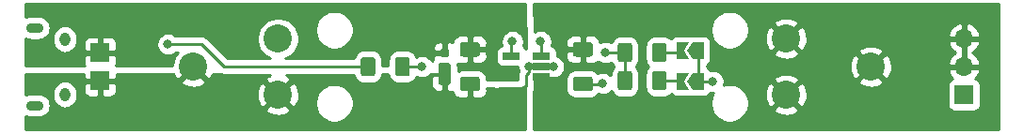
<source format=gbr>
%TF.GenerationSoftware,KiCad,Pcbnew,(5.1.8)-1*%
%TF.CreationDate,2021-01-17T15:05:36-05:00*%
%TF.ProjectId,electronics-li-ion-charger,656c6563-7472-46f6-9e69-63732d6c692d,rev?*%
%TF.SameCoordinates,Original*%
%TF.FileFunction,Copper,L2,Bot*%
%TF.FilePolarity,Positive*%
%FSLAX46Y46*%
G04 Gerber Fmt 4.6, Leading zero omitted, Abs format (unit mm)*
G04 Created by KiCad (PCBNEW (5.1.8)-1) date 2021-01-17 15:05:36*
%MOMM*%
%LPD*%
G01*
G04 APERTURE LIST*
%TA.AperFunction,SMDPad,CuDef*%
%ADD10C,0.100000*%
%TD*%
%TA.AperFunction,ComponentPad*%
%ADD11C,2.540000*%
%TD*%
%TA.AperFunction,SMDPad,CuDef*%
%ADD12R,1.560000X0.650000*%
%TD*%
%TA.AperFunction,ComponentPad*%
%ADD13O,1.700000X1.700000*%
%TD*%
%TA.AperFunction,ComponentPad*%
%ADD14R,1.700000X1.700000*%
%TD*%
%TA.AperFunction,ComponentPad*%
%ADD15O,1.550000X0.890000*%
%TD*%
%TA.AperFunction,ComponentPad*%
%ADD16O,0.950000X1.250000*%
%TD*%
%TA.AperFunction,ViaPad*%
%ADD17C,0.800000*%
%TD*%
%TA.AperFunction,Conductor*%
%ADD18C,0.250000*%
%TD*%
%TA.AperFunction,Conductor*%
%ADD19C,0.254000*%
%TD*%
%TA.AperFunction,Conductor*%
%ADD20C,0.100000*%
%TD*%
G04 APERTURE END LIST*
%TA.AperFunction,SMDPad,CuDef*%
D10*
%TO.P,JP2,1*%
%TO.N,GND*%
G36*
X187177000Y-102933500D02*
G01*
X187677000Y-102183500D01*
X188677000Y-102183500D01*
X188677000Y-103683500D01*
X187677000Y-103683500D01*
X187177000Y-102933500D01*
G37*
%TD.AperFunction*%
%TA.AperFunction,SMDPad,CuDef*%
%TO.P,JP2,2*%
%TO.N,Net-(JP2-Pad2)*%
G36*
X186227000Y-102183500D02*
G01*
X187377000Y-102183500D01*
X186877000Y-102933500D01*
X187377000Y-103683500D01*
X186227000Y-103683500D01*
X186227000Y-102183500D01*
G37*
%TD.AperFunction*%
%TD*%
%TA.AperFunction,SMDPad,CuDef*%
%TO.P,JP1,1*%
%TO.N,GND*%
G36*
X187177000Y-100139500D02*
G01*
X187677000Y-99389500D01*
X188677000Y-99389500D01*
X188677000Y-100889500D01*
X187677000Y-100889500D01*
X187177000Y-100139500D01*
G37*
%TD.AperFunction*%
%TA.AperFunction,SMDPad,CuDef*%
%TO.P,JP1,2*%
%TO.N,Net-(JP1-Pad2)*%
G36*
X186227000Y-99389500D02*
G01*
X187377000Y-99389500D01*
X186877000Y-100139500D01*
X187377000Y-100889500D01*
X186227000Y-100889500D01*
X186227000Y-99389500D01*
G37*
%TD.AperFunction*%
%TD*%
D11*
%TO.P,BT1,2*%
%TO.N,GND*%
X150368000Y-104140000D03*
X150368000Y-99060000D03*
X142748000Y-101600000D03*
%TO.P,BT1,1*%
%TO.N,/VBAT*%
X196088000Y-99060000D03*
X196088000Y-104140000D03*
X203708000Y-101600000D03*
%TD*%
%TO.P,D1,1*%
%TO.N,+5V*%
%TA.AperFunction,SMDPad,CuDef*%
G36*
G01*
X165114000Y-99950000D02*
X165594000Y-99950000D01*
G75*
G02*
X165754000Y-100110000I0J-160000D01*
G01*
X165754000Y-100590000D01*
G75*
G02*
X165594000Y-100750000I-160000J0D01*
G01*
X165114000Y-100750000D01*
G75*
G02*
X164954000Y-100590000I0J160000D01*
G01*
X164954000Y-100110000D01*
G75*
G02*
X165114000Y-99950000I160000J0D01*
G01*
G37*
%TD.AperFunction*%
%TO.P,D1,2*%
%TO.N,GND*%
%TA.AperFunction,SMDPad,CuDef*%
G36*
G01*
X165024000Y-101250000D02*
X165684000Y-101250000D01*
G75*
G02*
X165904000Y-101470000I0J-220000D01*
G01*
X165904000Y-103030000D01*
G75*
G02*
X165684000Y-103250000I-220000J0D01*
G01*
X165024000Y-103250000D01*
G75*
G02*
X164804000Y-103030000I0J220000D01*
G01*
X164804000Y-101470000D01*
G75*
G02*
X165024000Y-101250000I220000J0D01*
G01*
G37*
%TD.AperFunction*%
%TD*%
D12*
%TO.P,U1,5*%
%TO.N,PROG*%
X171370000Y-100650000D03*
%TO.P,U1,4*%
%TO.N,+5V*%
X171370000Y-102550000D03*
%TO.P,U1,3*%
%TO.N,/VBAT*%
X174070000Y-102550000D03*
%TO.P,U1,2*%
%TO.N,GND*%
X174070000Y-101600000D03*
%TO.P,U1,1*%
%TO.N,STAT*%
X174070000Y-100650000D03*
%TD*%
%TO.P,R3,2*%
%TO.N,Net-(D2-Pad1)*%
%TA.AperFunction,SMDPad,CuDef*%
G36*
G01*
X159120000Y-100974999D02*
X159120000Y-102225001D01*
G75*
G02*
X158870001Y-102475000I-249999J0D01*
G01*
X158069999Y-102475000D01*
G75*
G02*
X157820000Y-102225001I0J249999D01*
G01*
X157820000Y-100974999D01*
G75*
G02*
X158069999Y-100725000I249999J0D01*
G01*
X158870001Y-100725000D01*
G75*
G02*
X159120000Y-100974999I0J-249999D01*
G01*
G37*
%TD.AperFunction*%
%TO.P,R3,1*%
%TO.N,STAT*%
%TA.AperFunction,SMDPad,CuDef*%
G36*
G01*
X162220000Y-100974999D02*
X162220000Y-102225001D01*
G75*
G02*
X161970001Y-102475000I-249999J0D01*
G01*
X161169999Y-102475000D01*
G75*
G02*
X160920000Y-102225001I0J249999D01*
G01*
X160920000Y-100974999D01*
G75*
G02*
X161169999Y-100725000I249999J0D01*
G01*
X161970001Y-100725000D01*
G75*
G02*
X162220000Y-100974999I0J-249999D01*
G01*
G37*
%TD.AperFunction*%
%TD*%
%TO.P,R2,2*%
%TO.N,Net-(JP2-Pad2)*%
%TA.AperFunction,SMDPad,CuDef*%
G36*
G01*
X184034000Y-103482301D02*
X184034000Y-102232299D01*
G75*
G02*
X184283999Y-101982300I249999J0D01*
G01*
X185084001Y-101982300D01*
G75*
G02*
X185334000Y-102232299I0J-249999D01*
G01*
X185334000Y-103482301D01*
G75*
G02*
X185084001Y-103732300I-249999J0D01*
G01*
X184283999Y-103732300D01*
G75*
G02*
X184034000Y-103482301I0J249999D01*
G01*
G37*
%TD.AperFunction*%
%TO.P,R2,1*%
%TO.N,PROG*%
%TA.AperFunction,SMDPad,CuDef*%
G36*
G01*
X180934000Y-103482301D02*
X180934000Y-102232299D01*
G75*
G02*
X181183999Y-101982300I249999J0D01*
G01*
X181984001Y-101982300D01*
G75*
G02*
X182234000Y-102232299I0J-249999D01*
G01*
X182234000Y-103482301D01*
G75*
G02*
X181984001Y-103732300I-249999J0D01*
G01*
X181183999Y-103732300D01*
G75*
G02*
X180934000Y-103482301I0J249999D01*
G01*
G37*
%TD.AperFunction*%
%TD*%
%TO.P,R1,2*%
%TO.N,Net-(JP1-Pad2)*%
%TA.AperFunction,SMDPad,CuDef*%
G36*
G01*
X184034000Y-100942301D02*
X184034000Y-99692299D01*
G75*
G02*
X184283999Y-99442300I249999J0D01*
G01*
X185084001Y-99442300D01*
G75*
G02*
X185334000Y-99692299I0J-249999D01*
G01*
X185334000Y-100942301D01*
G75*
G02*
X185084001Y-101192300I-249999J0D01*
G01*
X184283999Y-101192300D01*
G75*
G02*
X184034000Y-100942301I0J249999D01*
G01*
G37*
%TD.AperFunction*%
%TO.P,R1,1*%
%TO.N,PROG*%
%TA.AperFunction,SMDPad,CuDef*%
G36*
G01*
X180934000Y-100942301D02*
X180934000Y-99692299D01*
G75*
G02*
X181183999Y-99442300I249999J0D01*
G01*
X181984001Y-99442300D01*
G75*
G02*
X182234000Y-99692299I0J-249999D01*
G01*
X182234000Y-100942301D01*
G75*
G02*
X181984001Y-101192300I-249999J0D01*
G01*
X181183999Y-101192300D01*
G75*
G02*
X180934000Y-100942301I0J249999D01*
G01*
G37*
%TD.AperFunction*%
%TD*%
D13*
%TO.P,J4,3*%
%TO.N,/VBAT*%
X212090000Y-99060000D03*
%TO.P,J4,2*%
X212090000Y-101600000D03*
D14*
%TO.P,J4,1*%
%TO.N,GND*%
X212090000Y-104140000D03*
%TD*%
D15*
%TO.P,J3,6*%
%TO.N,Net-(J3-Pad6)*%
X128494000Y-105100000D03*
X128494000Y-98100000D03*
D16*
X131194000Y-104100000D03*
X131194000Y-99100000D03*
%TD*%
D14*
%TO.P,J2,1*%
%TO.N,GND*%
X134366000Y-102870000D03*
%TD*%
%TO.P,J1,1*%
%TO.N,+5V*%
X134366000Y-100330000D03*
%TD*%
%TO.P,C2,2*%
%TO.N,GND*%
%TA.AperFunction,SMDPad,CuDef*%
G36*
G01*
X177149998Y-102500000D02*
X178450002Y-102500000D01*
G75*
G02*
X178700000Y-102749998I0J-249998D01*
G01*
X178700000Y-103575002D01*
G75*
G02*
X178450002Y-103825000I-249998J0D01*
G01*
X177149998Y-103825000D01*
G75*
G02*
X176900000Y-103575002I0J249998D01*
G01*
X176900000Y-102749998D01*
G75*
G02*
X177149998Y-102500000I249998J0D01*
G01*
G37*
%TD.AperFunction*%
%TO.P,C2,1*%
%TO.N,/VBAT*%
%TA.AperFunction,SMDPad,CuDef*%
G36*
G01*
X177149998Y-99375000D02*
X178450002Y-99375000D01*
G75*
G02*
X178700000Y-99624998I0J-249998D01*
G01*
X178700000Y-100450002D01*
G75*
G02*
X178450002Y-100700000I-249998J0D01*
G01*
X177149998Y-100700000D01*
G75*
G02*
X176900000Y-100450002I0J249998D01*
G01*
X176900000Y-99624998D01*
G75*
G02*
X177149998Y-99375000I249998J0D01*
G01*
G37*
%TD.AperFunction*%
%TD*%
%TO.P,C1,1*%
%TO.N,+5V*%
%TA.AperFunction,SMDPad,CuDef*%
G36*
G01*
X166989998Y-99375000D02*
X168290002Y-99375000D01*
G75*
G02*
X168540000Y-99624998I0J-249998D01*
G01*
X168540000Y-100450002D01*
G75*
G02*
X168290002Y-100700000I-249998J0D01*
G01*
X166989998Y-100700000D01*
G75*
G02*
X166740000Y-100450002I0J249998D01*
G01*
X166740000Y-99624998D01*
G75*
G02*
X166989998Y-99375000I249998J0D01*
G01*
G37*
%TD.AperFunction*%
%TO.P,C1,2*%
%TO.N,GND*%
%TA.AperFunction,SMDPad,CuDef*%
G36*
G01*
X166989998Y-102500000D02*
X168290002Y-102500000D01*
G75*
G02*
X168540000Y-102749998I0J-249998D01*
G01*
X168540000Y-103575002D01*
G75*
G02*
X168290002Y-103825000I-249998J0D01*
G01*
X166989998Y-103825000D01*
G75*
G02*
X166740000Y-103575002I0J249998D01*
G01*
X166740000Y-102749998D01*
G75*
G02*
X166989998Y-102500000I249998J0D01*
G01*
G37*
%TD.AperFunction*%
%TD*%
D17*
%TO.N,GND*%
X172974000Y-101600000D03*
X175133000Y-101600000D03*
X179578000Y-103124000D03*
X189484000Y-102933500D03*
%TO.N,+5V*%
X170053000Y-102552500D03*
%TO.N,STAT*%
X173990000Y-99314000D03*
X163322000Y-101600000D03*
%TO.N,PROG*%
X171450000Y-99314000D03*
X179832000Y-100330000D03*
%TO.N,Net-(D2-Pad1)*%
X140462000Y-99568000D03*
%TD*%
D18*
%TO.N,GND*%
X188177000Y-100139500D02*
X188177000Y-102933500D01*
X172974000Y-102108000D02*
X172720000Y-102362000D01*
X172974000Y-101600000D02*
X172974000Y-102108000D01*
X172720000Y-102362000D02*
X172720000Y-103378000D01*
X172720000Y-103378000D02*
X172466000Y-103632000D01*
X172974000Y-101600000D02*
X172974000Y-101600000D01*
X174070000Y-101600000D02*
X175133000Y-101600000D01*
X174070000Y-101600000D02*
X172974000Y-101600000D01*
X179539500Y-103162500D02*
X179578000Y-103124000D01*
X177800000Y-103162500D02*
X179539500Y-103162500D01*
X167640000Y-103162500D02*
X167640000Y-104775000D01*
X142748000Y-101600000D02*
X141033500Y-103314500D01*
X188177000Y-102933500D02*
X189484000Y-102933500D01*
%TO.N,STAT*%
X174070000Y-99394000D02*
X173990000Y-99314000D01*
X174070000Y-100650000D02*
X174070000Y-99394000D01*
X161824000Y-101346000D02*
X161570000Y-101600000D01*
X163322000Y-101600000D02*
X161824000Y-101600000D01*
%TO.N,PROG*%
X181330199Y-100063499D02*
X181584000Y-100317300D01*
X181584000Y-100317300D02*
X181584000Y-102857300D01*
X171370000Y-99394000D02*
X171450000Y-99314000D01*
X171370000Y-100650000D02*
X171370000Y-99394000D01*
X181406200Y-100139500D02*
X181584000Y-100317300D01*
X179832000Y-100330000D02*
X181483000Y-100330000D01*
X181495700Y-100317300D02*
X181483000Y-100330000D01*
X181584000Y-100317300D02*
X181495700Y-100317300D01*
%TO.N,/VBAT*%
X174070000Y-102550000D02*
X174070000Y-103361500D01*
%TO.N,Net-(JP1-Pad2)*%
X186549200Y-100317300D02*
X186727000Y-100139500D01*
X184684000Y-100317300D02*
X186549200Y-100317300D01*
%TO.N,Net-(JP2-Pad2)*%
X186650800Y-102857300D02*
X186727000Y-102933500D01*
X184684000Y-102857300D02*
X186650800Y-102857300D01*
%TO.N,Net-(D2-Pad1)*%
X145542000Y-101600000D02*
X143510000Y-99568000D01*
X158470000Y-101600000D02*
X145542000Y-101600000D01*
X143510000Y-99568000D02*
X140462000Y-99568000D01*
%TD*%
D19*
%TO.N,GND*%
X132881000Y-102584250D02*
X133039750Y-102743000D01*
X134239000Y-102743000D01*
X134239000Y-102723000D01*
X134493000Y-102723000D01*
X134493000Y-102743000D01*
X135692250Y-102743000D01*
X135851000Y-102584250D01*
X135852901Y-102235000D01*
X140951616Y-102235000D01*
X141000012Y-102380235D01*
X141128129Y-102619924D01*
X141420148Y-102748247D01*
X141933395Y-102235000D01*
X142292605Y-102235000D01*
X141599753Y-102927852D01*
X141728076Y-103219871D01*
X142063695Y-103387723D01*
X142425611Y-103486874D01*
X142799916Y-103513514D01*
X143172227Y-103466618D01*
X143528235Y-103347988D01*
X143767924Y-103219871D01*
X143896247Y-102927852D01*
X143203395Y-102235000D01*
X143562605Y-102235000D01*
X144075852Y-102748247D01*
X144367871Y-102619924D01*
X144535723Y-102284305D01*
X144549231Y-102235000D01*
X145117772Y-102235000D01*
X145189579Y-102273382D01*
X145249753Y-102305546D01*
X145393014Y-102349003D01*
X145504667Y-102360000D01*
X145504677Y-102360000D01*
X145542000Y-102363676D01*
X145579323Y-102360000D01*
X149683833Y-102360000D01*
X149587765Y-102392012D01*
X149348076Y-102520129D01*
X149219753Y-102812148D01*
X150368000Y-103960395D01*
X151516247Y-102812148D01*
X151387924Y-102520129D01*
X151067747Y-102360000D01*
X157195224Y-102360000D01*
X157198992Y-102398255D01*
X157249528Y-102564851D01*
X157331595Y-102718387D01*
X157442038Y-102852962D01*
X157576613Y-102963405D01*
X157730149Y-103045472D01*
X157896745Y-103096008D01*
X158069999Y-103113072D01*
X158870001Y-103113072D01*
X159043255Y-103096008D01*
X159209851Y-103045472D01*
X159363387Y-102963405D01*
X159497962Y-102852962D01*
X159608405Y-102718387D01*
X159690472Y-102564851D01*
X159741008Y-102398255D01*
X159757087Y-102235000D01*
X160282913Y-102235000D01*
X160298992Y-102398255D01*
X160349528Y-102564851D01*
X160431595Y-102718387D01*
X160542038Y-102852962D01*
X160676613Y-102963405D01*
X160830149Y-103045472D01*
X160996745Y-103096008D01*
X161169999Y-103113072D01*
X161970001Y-103113072D01*
X162143255Y-103096008D01*
X162309851Y-103045472D01*
X162463387Y-102963405D01*
X162597962Y-102852962D01*
X162708405Y-102718387D01*
X162790472Y-102564851D01*
X162809445Y-102502305D01*
X162831744Y-102517205D01*
X163020102Y-102595226D01*
X163220061Y-102635000D01*
X163423939Y-102635000D01*
X163623898Y-102595226D01*
X163812256Y-102517205D01*
X163981774Y-102403937D01*
X164125937Y-102259774D01*
X164142490Y-102235000D01*
X165501000Y-102235000D01*
X165501000Y-102377000D01*
X165481000Y-102377000D01*
X165481000Y-103726250D01*
X165639750Y-103885000D01*
X165904000Y-103888072D01*
X166028482Y-103875812D01*
X166104657Y-103852705D01*
X166114188Y-103949482D01*
X166150498Y-104069180D01*
X166209463Y-104179494D01*
X166288815Y-104276185D01*
X166385506Y-104355537D01*
X166495820Y-104414502D01*
X166615518Y-104450812D01*
X166740000Y-104463072D01*
X167354250Y-104460000D01*
X167513000Y-104301250D01*
X167513000Y-103505000D01*
X167767000Y-103505000D01*
X167767000Y-104301250D01*
X167925750Y-104460000D01*
X168540000Y-104463072D01*
X168664482Y-104450812D01*
X168784180Y-104414502D01*
X168894494Y-104355537D01*
X168991185Y-104276185D01*
X169070537Y-104179494D01*
X169129502Y-104069180D01*
X169165812Y-103949482D01*
X169178072Y-103825000D01*
X169175463Y-103505000D01*
X169647953Y-103505000D01*
X169751102Y-103547726D01*
X169951061Y-103587500D01*
X170154939Y-103587500D01*
X170354898Y-103547726D01*
X170458047Y-103505000D01*
X170508041Y-103505000D01*
X170590000Y-103513072D01*
X172150000Y-103513072D01*
X172274482Y-103500812D01*
X172284078Y-103497901D01*
X172335882Y-103492799D01*
X172455004Y-103456664D01*
X172564787Y-103397983D01*
X172593000Y-103374829D01*
X172593000Y-107265000D01*
X127685000Y-107265000D01*
X127685000Y-106068568D01*
X127748702Y-106102617D01*
X127952283Y-106164373D01*
X128110949Y-106180000D01*
X128877051Y-106180000D01*
X129035717Y-106164373D01*
X129239298Y-106102617D01*
X129426919Y-106002332D01*
X129591370Y-105867370D01*
X129726332Y-105702919D01*
X129826617Y-105515298D01*
X129841009Y-105467852D01*
X149219753Y-105467852D01*
X149348076Y-105759871D01*
X149683695Y-105927723D01*
X150045611Y-106026874D01*
X150419916Y-106053514D01*
X150792227Y-106006618D01*
X151148235Y-105887988D01*
X151387924Y-105759871D01*
X151516247Y-105467852D01*
X150368000Y-104319605D01*
X149219753Y-105467852D01*
X129841009Y-105467852D01*
X129888373Y-105311717D01*
X129909225Y-105100000D01*
X129888373Y-104888283D01*
X129826617Y-104684702D01*
X129726332Y-104497081D01*
X129591370Y-104332630D01*
X129426919Y-104197668D01*
X129239298Y-104097383D01*
X129035717Y-104035627D01*
X128877051Y-104020000D01*
X128110949Y-104020000D01*
X127952283Y-104035627D01*
X127748702Y-104097383D01*
X127685000Y-104131432D01*
X127685000Y-103895479D01*
X130084000Y-103895479D01*
X130084000Y-104304520D01*
X130100062Y-104467597D01*
X130163532Y-104676833D01*
X130266604Y-104869666D01*
X130405314Y-105038686D01*
X130574334Y-105177396D01*
X130767166Y-105280468D01*
X130976402Y-105343938D01*
X131194000Y-105365370D01*
X131411597Y-105343938D01*
X131620833Y-105280468D01*
X131813666Y-105177396D01*
X131982686Y-105038686D01*
X132121396Y-104869666D01*
X132224468Y-104676834D01*
X132287938Y-104467598D01*
X132304000Y-104304521D01*
X132304000Y-103895480D01*
X132287938Y-103732403D01*
X132284176Y-103720000D01*
X132877928Y-103720000D01*
X132890188Y-103844482D01*
X132926498Y-103964180D01*
X132985463Y-104074494D01*
X133064815Y-104171185D01*
X133161506Y-104250537D01*
X133271820Y-104309502D01*
X133391518Y-104345812D01*
X133516000Y-104358072D01*
X134080250Y-104355000D01*
X134239000Y-104196250D01*
X134239000Y-102997000D01*
X134493000Y-102997000D01*
X134493000Y-104196250D01*
X134651750Y-104355000D01*
X135216000Y-104358072D01*
X135340482Y-104345812D01*
X135460180Y-104309502D01*
X135570494Y-104250537D01*
X135641924Y-104191916D01*
X148454486Y-104191916D01*
X148501382Y-104564227D01*
X148620012Y-104920235D01*
X148748129Y-105159924D01*
X149040148Y-105288247D01*
X150188395Y-104140000D01*
X150547605Y-104140000D01*
X151695852Y-105288247D01*
X151987871Y-105159924D01*
X152155723Y-104824305D01*
X152181252Y-104731117D01*
X153713000Y-104731117D01*
X153713000Y-105072883D01*
X153779675Y-105408081D01*
X153910463Y-105723831D01*
X154100337Y-106007998D01*
X154342002Y-106249663D01*
X154626169Y-106439537D01*
X154941919Y-106570325D01*
X155277117Y-106637000D01*
X155618883Y-106637000D01*
X155954081Y-106570325D01*
X156269831Y-106439537D01*
X156553998Y-106249663D01*
X156795663Y-106007998D01*
X156985537Y-105723831D01*
X157116325Y-105408081D01*
X157183000Y-105072883D01*
X157183000Y-104731117D01*
X157116325Y-104395919D01*
X156985537Y-104080169D01*
X156795663Y-103796002D01*
X156553998Y-103554337D01*
X156269831Y-103364463D01*
X155993494Y-103250000D01*
X164165928Y-103250000D01*
X164178188Y-103374482D01*
X164214498Y-103494180D01*
X164273463Y-103604494D01*
X164352815Y-103701185D01*
X164449506Y-103780537D01*
X164559820Y-103839502D01*
X164679518Y-103875812D01*
X164804000Y-103888072D01*
X165068250Y-103885000D01*
X165227000Y-103726250D01*
X165227000Y-102377000D01*
X164327750Y-102377000D01*
X164169000Y-102535750D01*
X164165928Y-103250000D01*
X155993494Y-103250000D01*
X155954081Y-103233675D01*
X155618883Y-103167000D01*
X155277117Y-103167000D01*
X154941919Y-103233675D01*
X154626169Y-103364463D01*
X154342002Y-103554337D01*
X154100337Y-103796002D01*
X153910463Y-104080169D01*
X153779675Y-104395919D01*
X153713000Y-104731117D01*
X152181252Y-104731117D01*
X152254874Y-104462389D01*
X152281514Y-104088084D01*
X152234618Y-103715773D01*
X152115988Y-103359765D01*
X151987871Y-103120076D01*
X151695852Y-102991753D01*
X150547605Y-104140000D01*
X150188395Y-104140000D01*
X149040148Y-102991753D01*
X148748129Y-103120076D01*
X148580277Y-103455695D01*
X148481126Y-103817611D01*
X148454486Y-104191916D01*
X135641924Y-104191916D01*
X135667185Y-104171185D01*
X135746537Y-104074494D01*
X135805502Y-103964180D01*
X135841812Y-103844482D01*
X135854072Y-103720000D01*
X135851000Y-103155750D01*
X135692250Y-102997000D01*
X134493000Y-102997000D01*
X134239000Y-102997000D01*
X133039750Y-102997000D01*
X132881000Y-103155750D01*
X132877928Y-103720000D01*
X132284176Y-103720000D01*
X132224468Y-103523167D01*
X132121396Y-103330334D01*
X131982686Y-103161314D01*
X131813666Y-103022604D01*
X131620834Y-102919532D01*
X131411598Y-102856062D01*
X131194000Y-102834630D01*
X130976403Y-102856062D01*
X130767167Y-102919532D01*
X130574335Y-103022604D01*
X130405315Y-103161314D01*
X130266604Y-103330334D01*
X130163532Y-103523166D01*
X130100062Y-103732402D01*
X130084000Y-103895479D01*
X127685000Y-103895479D01*
X127685000Y-102235000D01*
X132879099Y-102235000D01*
X132881000Y-102584250D01*
%TA.AperFunction,Conductor*%
D20*
G36*
X132881000Y-102584250D02*
G01*
X133039750Y-102743000D01*
X134239000Y-102743000D01*
X134239000Y-102723000D01*
X134493000Y-102723000D01*
X134493000Y-102743000D01*
X135692250Y-102743000D01*
X135851000Y-102584250D01*
X135852901Y-102235000D01*
X140951616Y-102235000D01*
X141000012Y-102380235D01*
X141128129Y-102619924D01*
X141420148Y-102748247D01*
X141933395Y-102235000D01*
X142292605Y-102235000D01*
X141599753Y-102927852D01*
X141728076Y-103219871D01*
X142063695Y-103387723D01*
X142425611Y-103486874D01*
X142799916Y-103513514D01*
X143172227Y-103466618D01*
X143528235Y-103347988D01*
X143767924Y-103219871D01*
X143896247Y-102927852D01*
X143203395Y-102235000D01*
X143562605Y-102235000D01*
X144075852Y-102748247D01*
X144367871Y-102619924D01*
X144535723Y-102284305D01*
X144549231Y-102235000D01*
X145117772Y-102235000D01*
X145189579Y-102273382D01*
X145249753Y-102305546D01*
X145393014Y-102349003D01*
X145504667Y-102360000D01*
X145504677Y-102360000D01*
X145542000Y-102363676D01*
X145579323Y-102360000D01*
X149683833Y-102360000D01*
X149587765Y-102392012D01*
X149348076Y-102520129D01*
X149219753Y-102812148D01*
X150368000Y-103960395D01*
X151516247Y-102812148D01*
X151387924Y-102520129D01*
X151067747Y-102360000D01*
X157195224Y-102360000D01*
X157198992Y-102398255D01*
X157249528Y-102564851D01*
X157331595Y-102718387D01*
X157442038Y-102852962D01*
X157576613Y-102963405D01*
X157730149Y-103045472D01*
X157896745Y-103096008D01*
X158069999Y-103113072D01*
X158870001Y-103113072D01*
X159043255Y-103096008D01*
X159209851Y-103045472D01*
X159363387Y-102963405D01*
X159497962Y-102852962D01*
X159608405Y-102718387D01*
X159690472Y-102564851D01*
X159741008Y-102398255D01*
X159757087Y-102235000D01*
X160282913Y-102235000D01*
X160298992Y-102398255D01*
X160349528Y-102564851D01*
X160431595Y-102718387D01*
X160542038Y-102852962D01*
X160676613Y-102963405D01*
X160830149Y-103045472D01*
X160996745Y-103096008D01*
X161169999Y-103113072D01*
X161970001Y-103113072D01*
X162143255Y-103096008D01*
X162309851Y-103045472D01*
X162463387Y-102963405D01*
X162597962Y-102852962D01*
X162708405Y-102718387D01*
X162790472Y-102564851D01*
X162809445Y-102502305D01*
X162831744Y-102517205D01*
X163020102Y-102595226D01*
X163220061Y-102635000D01*
X163423939Y-102635000D01*
X163623898Y-102595226D01*
X163812256Y-102517205D01*
X163981774Y-102403937D01*
X164125937Y-102259774D01*
X164142490Y-102235000D01*
X165501000Y-102235000D01*
X165501000Y-102377000D01*
X165481000Y-102377000D01*
X165481000Y-103726250D01*
X165639750Y-103885000D01*
X165904000Y-103888072D01*
X166028482Y-103875812D01*
X166104657Y-103852705D01*
X166114188Y-103949482D01*
X166150498Y-104069180D01*
X166209463Y-104179494D01*
X166288815Y-104276185D01*
X166385506Y-104355537D01*
X166495820Y-104414502D01*
X166615518Y-104450812D01*
X166740000Y-104463072D01*
X167354250Y-104460000D01*
X167513000Y-104301250D01*
X167513000Y-103505000D01*
X167767000Y-103505000D01*
X167767000Y-104301250D01*
X167925750Y-104460000D01*
X168540000Y-104463072D01*
X168664482Y-104450812D01*
X168784180Y-104414502D01*
X168894494Y-104355537D01*
X168991185Y-104276185D01*
X169070537Y-104179494D01*
X169129502Y-104069180D01*
X169165812Y-103949482D01*
X169178072Y-103825000D01*
X169175463Y-103505000D01*
X169647953Y-103505000D01*
X169751102Y-103547726D01*
X169951061Y-103587500D01*
X170154939Y-103587500D01*
X170354898Y-103547726D01*
X170458047Y-103505000D01*
X170508041Y-103505000D01*
X170590000Y-103513072D01*
X172150000Y-103513072D01*
X172274482Y-103500812D01*
X172284078Y-103497901D01*
X172335882Y-103492799D01*
X172455004Y-103456664D01*
X172564787Y-103397983D01*
X172593000Y-103374829D01*
X172593000Y-107265000D01*
X127685000Y-107265000D01*
X127685000Y-106068568D01*
X127748702Y-106102617D01*
X127952283Y-106164373D01*
X128110949Y-106180000D01*
X128877051Y-106180000D01*
X129035717Y-106164373D01*
X129239298Y-106102617D01*
X129426919Y-106002332D01*
X129591370Y-105867370D01*
X129726332Y-105702919D01*
X129826617Y-105515298D01*
X129841009Y-105467852D01*
X149219753Y-105467852D01*
X149348076Y-105759871D01*
X149683695Y-105927723D01*
X150045611Y-106026874D01*
X150419916Y-106053514D01*
X150792227Y-106006618D01*
X151148235Y-105887988D01*
X151387924Y-105759871D01*
X151516247Y-105467852D01*
X150368000Y-104319605D01*
X149219753Y-105467852D01*
X129841009Y-105467852D01*
X129888373Y-105311717D01*
X129909225Y-105100000D01*
X129888373Y-104888283D01*
X129826617Y-104684702D01*
X129726332Y-104497081D01*
X129591370Y-104332630D01*
X129426919Y-104197668D01*
X129239298Y-104097383D01*
X129035717Y-104035627D01*
X128877051Y-104020000D01*
X128110949Y-104020000D01*
X127952283Y-104035627D01*
X127748702Y-104097383D01*
X127685000Y-104131432D01*
X127685000Y-103895479D01*
X130084000Y-103895479D01*
X130084000Y-104304520D01*
X130100062Y-104467597D01*
X130163532Y-104676833D01*
X130266604Y-104869666D01*
X130405314Y-105038686D01*
X130574334Y-105177396D01*
X130767166Y-105280468D01*
X130976402Y-105343938D01*
X131194000Y-105365370D01*
X131411597Y-105343938D01*
X131620833Y-105280468D01*
X131813666Y-105177396D01*
X131982686Y-105038686D01*
X132121396Y-104869666D01*
X132224468Y-104676834D01*
X132287938Y-104467598D01*
X132304000Y-104304521D01*
X132304000Y-103895480D01*
X132287938Y-103732403D01*
X132284176Y-103720000D01*
X132877928Y-103720000D01*
X132890188Y-103844482D01*
X132926498Y-103964180D01*
X132985463Y-104074494D01*
X133064815Y-104171185D01*
X133161506Y-104250537D01*
X133271820Y-104309502D01*
X133391518Y-104345812D01*
X133516000Y-104358072D01*
X134080250Y-104355000D01*
X134239000Y-104196250D01*
X134239000Y-102997000D01*
X134493000Y-102997000D01*
X134493000Y-104196250D01*
X134651750Y-104355000D01*
X135216000Y-104358072D01*
X135340482Y-104345812D01*
X135460180Y-104309502D01*
X135570494Y-104250537D01*
X135641924Y-104191916D01*
X148454486Y-104191916D01*
X148501382Y-104564227D01*
X148620012Y-104920235D01*
X148748129Y-105159924D01*
X149040148Y-105288247D01*
X150188395Y-104140000D01*
X150547605Y-104140000D01*
X151695852Y-105288247D01*
X151987871Y-105159924D01*
X152155723Y-104824305D01*
X152181252Y-104731117D01*
X153713000Y-104731117D01*
X153713000Y-105072883D01*
X153779675Y-105408081D01*
X153910463Y-105723831D01*
X154100337Y-106007998D01*
X154342002Y-106249663D01*
X154626169Y-106439537D01*
X154941919Y-106570325D01*
X155277117Y-106637000D01*
X155618883Y-106637000D01*
X155954081Y-106570325D01*
X156269831Y-106439537D01*
X156553998Y-106249663D01*
X156795663Y-106007998D01*
X156985537Y-105723831D01*
X157116325Y-105408081D01*
X157183000Y-105072883D01*
X157183000Y-104731117D01*
X157116325Y-104395919D01*
X156985537Y-104080169D01*
X156795663Y-103796002D01*
X156553998Y-103554337D01*
X156269831Y-103364463D01*
X155993494Y-103250000D01*
X164165928Y-103250000D01*
X164178188Y-103374482D01*
X164214498Y-103494180D01*
X164273463Y-103604494D01*
X164352815Y-103701185D01*
X164449506Y-103780537D01*
X164559820Y-103839502D01*
X164679518Y-103875812D01*
X164804000Y-103888072D01*
X165068250Y-103885000D01*
X165227000Y-103726250D01*
X165227000Y-102377000D01*
X164327750Y-102377000D01*
X164169000Y-102535750D01*
X164165928Y-103250000D01*
X155993494Y-103250000D01*
X155954081Y-103233675D01*
X155618883Y-103167000D01*
X155277117Y-103167000D01*
X154941919Y-103233675D01*
X154626169Y-103364463D01*
X154342002Y-103554337D01*
X154100337Y-103796002D01*
X153910463Y-104080169D01*
X153779675Y-104395919D01*
X153713000Y-104731117D01*
X152181252Y-104731117D01*
X152254874Y-104462389D01*
X152281514Y-104088084D01*
X152234618Y-103715773D01*
X152115988Y-103359765D01*
X151987871Y-103120076D01*
X151695852Y-102991753D01*
X150547605Y-104140000D01*
X150188395Y-104140000D01*
X149040148Y-102991753D01*
X148748129Y-103120076D01*
X148580277Y-103455695D01*
X148481126Y-103817611D01*
X148454486Y-104191916D01*
X135641924Y-104191916D01*
X135667185Y-104171185D01*
X135746537Y-104074494D01*
X135805502Y-103964180D01*
X135841812Y-103844482D01*
X135854072Y-103720000D01*
X135851000Y-103155750D01*
X135692250Y-102997000D01*
X134493000Y-102997000D01*
X134239000Y-102997000D01*
X133039750Y-102997000D01*
X132881000Y-103155750D01*
X132877928Y-103720000D01*
X132284176Y-103720000D01*
X132224468Y-103523167D01*
X132121396Y-103330334D01*
X131982686Y-103161314D01*
X131813666Y-103022604D01*
X131620834Y-102919532D01*
X131411598Y-102856062D01*
X131194000Y-102834630D01*
X130976403Y-102856062D01*
X130767167Y-102919532D01*
X130574335Y-103022604D01*
X130405315Y-103161314D01*
X130266604Y-103330334D01*
X130163532Y-103523166D01*
X130100062Y-103732402D01*
X130084000Y-103895479D01*
X127685000Y-103895479D01*
X127685000Y-102235000D01*
X132879099Y-102235000D01*
X132881000Y-102584250D01*
G37*
%TD.AperFunction*%
%TD*%
D19*
%TO.N,+5V*%
X172693220Y-99994234D02*
X172680537Y-99970506D01*
X172601185Y-99873815D01*
X172504494Y-99794463D01*
X172395413Y-99736157D01*
X172445226Y-99615898D01*
X172485000Y-99415939D01*
X172485000Y-99212061D01*
X172445226Y-99012102D01*
X172367205Y-98823744D01*
X172253937Y-98654226D01*
X172109774Y-98510063D01*
X171940256Y-98396795D01*
X171751898Y-98318774D01*
X171551939Y-98279000D01*
X171348061Y-98279000D01*
X171148102Y-98318774D01*
X170959744Y-98396795D01*
X170790226Y-98510063D01*
X170646063Y-98654226D01*
X170532795Y-98823744D01*
X170454774Y-99012102D01*
X170415000Y-99212061D01*
X170415000Y-99415939D01*
X170454774Y-99615898D01*
X170488343Y-99696940D01*
X170465518Y-99699188D01*
X170345820Y-99735498D01*
X170235506Y-99794463D01*
X170138815Y-99873815D01*
X170059463Y-99970506D01*
X170000498Y-100080820D01*
X169964188Y-100200518D01*
X169951928Y-100325000D01*
X169951928Y-100975000D01*
X169964188Y-101099482D01*
X170000498Y-101219180D01*
X170059463Y-101329494D01*
X170138815Y-101426185D01*
X170195859Y-101473000D01*
X166542072Y-101473000D01*
X166542072Y-101470000D01*
X166525584Y-101302598D01*
X166524225Y-101298119D01*
X166615518Y-101325812D01*
X166740000Y-101338072D01*
X167354250Y-101335000D01*
X167513000Y-101176250D01*
X167513000Y-100164500D01*
X167767000Y-100164500D01*
X167767000Y-101176250D01*
X167925750Y-101335000D01*
X168540000Y-101338072D01*
X168664482Y-101325812D01*
X168784180Y-101289502D01*
X168894494Y-101230537D01*
X168991185Y-101151185D01*
X169070537Y-101054494D01*
X169129502Y-100944180D01*
X169165812Y-100824482D01*
X169178072Y-100700000D01*
X169175000Y-100323250D01*
X169016250Y-100164500D01*
X167767000Y-100164500D01*
X167513000Y-100164500D01*
X167493000Y-100164500D01*
X167493000Y-99910500D01*
X167513000Y-99910500D01*
X167513000Y-98898750D01*
X167767000Y-98898750D01*
X167767000Y-99910500D01*
X169016250Y-99910500D01*
X169175000Y-99751750D01*
X169178072Y-99375000D01*
X169165812Y-99250518D01*
X169129502Y-99130820D01*
X169070537Y-99020506D01*
X168991185Y-98923815D01*
X168894494Y-98844463D01*
X168784180Y-98785498D01*
X168664482Y-98749188D01*
X168540000Y-98736928D01*
X167925750Y-98740000D01*
X167767000Y-98898750D01*
X167513000Y-98898750D01*
X167354250Y-98740000D01*
X166740000Y-98736928D01*
X166615518Y-98749188D01*
X166495820Y-98785498D01*
X166385506Y-98844463D01*
X166288815Y-98923815D01*
X166209463Y-99020506D01*
X166150498Y-99130820D01*
X166114188Y-99250518D01*
X166101928Y-99375000D01*
X166102263Y-99416133D01*
X165998180Y-99360498D01*
X165878482Y-99324188D01*
X165754000Y-99311928D01*
X165639750Y-99315000D01*
X165481000Y-99473750D01*
X165481000Y-100223000D01*
X165501000Y-100223000D01*
X165501000Y-100477000D01*
X165481000Y-100477000D01*
X165481000Y-100497000D01*
X165227000Y-100497000D01*
X165227000Y-100477000D01*
X164477750Y-100477000D01*
X164319000Y-100635750D01*
X164315928Y-100750000D01*
X164328188Y-100874482D01*
X164349737Y-100945518D01*
X164310539Y-100993281D01*
X164243171Y-101119318D01*
X164239205Y-101109744D01*
X164125937Y-100940226D01*
X163981774Y-100796063D01*
X163812256Y-100682795D01*
X163623898Y-100604774D01*
X163423939Y-100565000D01*
X163220061Y-100565000D01*
X163020102Y-100604774D01*
X162831744Y-100682795D01*
X162809445Y-100697695D01*
X162790472Y-100635149D01*
X162708405Y-100481613D01*
X162597962Y-100347038D01*
X162463387Y-100236595D01*
X162309851Y-100154528D01*
X162143255Y-100103992D01*
X161970001Y-100086928D01*
X161169999Y-100086928D01*
X160996745Y-100103992D01*
X160830149Y-100154528D01*
X160676613Y-100236595D01*
X160542038Y-100347038D01*
X160431595Y-100481613D01*
X160349528Y-100635149D01*
X160298992Y-100801745D01*
X160281928Y-100974999D01*
X160281928Y-101473000D01*
X159758072Y-101473000D01*
X159758072Y-100974999D01*
X159741008Y-100801745D01*
X159690472Y-100635149D01*
X159608405Y-100481613D01*
X159497962Y-100347038D01*
X159363387Y-100236595D01*
X159209851Y-100154528D01*
X159043255Y-100103992D01*
X158870001Y-100086928D01*
X158069999Y-100086928D01*
X157896745Y-100103992D01*
X157730149Y-100154528D01*
X157576613Y-100236595D01*
X157442038Y-100347038D01*
X157331595Y-100481613D01*
X157249528Y-100635149D01*
X157198992Y-100801745D01*
X157195224Y-100840000D01*
X151048703Y-100840000D01*
X151270356Y-100748189D01*
X151582366Y-100539710D01*
X151847710Y-100274366D01*
X152056189Y-99962356D01*
X152199791Y-99615668D01*
X152273000Y-99247626D01*
X152273000Y-98872374D01*
X152199791Y-98504332D01*
X152056189Y-98157644D01*
X152035792Y-98127117D01*
X153713000Y-98127117D01*
X153713000Y-98468883D01*
X153779675Y-98804081D01*
X153910463Y-99119831D01*
X154100337Y-99403998D01*
X154342002Y-99645663D01*
X154626169Y-99835537D01*
X154941919Y-99966325D01*
X155277117Y-100033000D01*
X155618883Y-100033000D01*
X155954081Y-99966325D01*
X155993493Y-99950000D01*
X164315928Y-99950000D01*
X164319000Y-100064250D01*
X164477750Y-100223000D01*
X165227000Y-100223000D01*
X165227000Y-99473750D01*
X165068250Y-99315000D01*
X164954000Y-99311928D01*
X164829518Y-99324188D01*
X164709820Y-99360498D01*
X164599506Y-99419463D01*
X164502815Y-99498815D01*
X164423463Y-99595506D01*
X164364498Y-99705820D01*
X164328188Y-99825518D01*
X164315928Y-99950000D01*
X155993493Y-99950000D01*
X156269831Y-99835537D01*
X156553998Y-99645663D01*
X156795663Y-99403998D01*
X156985537Y-99119831D01*
X157116325Y-98804081D01*
X157183000Y-98468883D01*
X157183000Y-98127117D01*
X157116325Y-97791919D01*
X156985537Y-97476169D01*
X156795663Y-97192002D01*
X156553998Y-96950337D01*
X156269831Y-96760463D01*
X155954081Y-96629675D01*
X155618883Y-96563000D01*
X155277117Y-96563000D01*
X154941919Y-96629675D01*
X154626169Y-96760463D01*
X154342002Y-96950337D01*
X154100337Y-97192002D01*
X153910463Y-97476169D01*
X153779675Y-97791919D01*
X153713000Y-98127117D01*
X152035792Y-98127117D01*
X151847710Y-97845634D01*
X151582366Y-97580290D01*
X151270356Y-97371811D01*
X150923668Y-97228209D01*
X150555626Y-97155000D01*
X150180374Y-97155000D01*
X149812332Y-97228209D01*
X149465644Y-97371811D01*
X149153634Y-97580290D01*
X148888290Y-97845634D01*
X148679811Y-98157644D01*
X148536209Y-98504332D01*
X148463000Y-98872374D01*
X148463000Y-99247626D01*
X148536209Y-99615668D01*
X148679811Y-99962356D01*
X148888290Y-100274366D01*
X149153634Y-100539710D01*
X149465644Y-100748189D01*
X149687297Y-100840000D01*
X145856802Y-100840000D01*
X144073804Y-99057003D01*
X144050001Y-99027999D01*
X143934276Y-98933026D01*
X143802247Y-98862454D01*
X143658986Y-98818997D01*
X143547333Y-98808000D01*
X143547322Y-98808000D01*
X143510000Y-98804324D01*
X143472678Y-98808000D01*
X141165711Y-98808000D01*
X141121774Y-98764063D01*
X140952256Y-98650795D01*
X140763898Y-98572774D01*
X140563939Y-98533000D01*
X140360061Y-98533000D01*
X140160102Y-98572774D01*
X139971744Y-98650795D01*
X139802226Y-98764063D01*
X139658063Y-98908226D01*
X139544795Y-99077744D01*
X139466774Y-99266102D01*
X139427000Y-99466061D01*
X139427000Y-99669939D01*
X139466774Y-99869898D01*
X139544795Y-100058256D01*
X139658063Y-100227774D01*
X139802226Y-100371937D01*
X139971744Y-100485205D01*
X140160102Y-100563226D01*
X140360061Y-100603000D01*
X140563939Y-100603000D01*
X140763898Y-100563226D01*
X140952256Y-100485205D01*
X141121774Y-100371937D01*
X141165711Y-100328000D01*
X141325924Y-100328000D01*
X141268290Y-100385634D01*
X141059811Y-100697644D01*
X140916209Y-101044332D01*
X140843000Y-101412374D01*
X140843000Y-101473000D01*
X135779407Y-101473000D01*
X135805502Y-101424180D01*
X135841812Y-101304482D01*
X135854072Y-101180000D01*
X135851000Y-100615750D01*
X135692250Y-100457000D01*
X134493000Y-100457000D01*
X134493000Y-100477000D01*
X134239000Y-100477000D01*
X134239000Y-100457000D01*
X133039750Y-100457000D01*
X132881000Y-100615750D01*
X132877928Y-101180000D01*
X132890188Y-101304482D01*
X132926498Y-101424180D01*
X132952593Y-101473000D01*
X127685000Y-101473000D01*
X127685000Y-99068568D01*
X127748702Y-99102617D01*
X127952283Y-99164373D01*
X128110949Y-99180000D01*
X128877051Y-99180000D01*
X129035717Y-99164373D01*
X129239298Y-99102617D01*
X129426919Y-99002332D01*
X129557119Y-98895479D01*
X130084000Y-98895479D01*
X130084000Y-99304520D01*
X130100062Y-99467597D01*
X130163532Y-99676833D01*
X130266604Y-99869666D01*
X130405314Y-100038686D01*
X130574334Y-100177396D01*
X130767166Y-100280468D01*
X130976402Y-100343938D01*
X131194000Y-100365370D01*
X131411597Y-100343938D01*
X131620833Y-100280468D01*
X131813666Y-100177396D01*
X131982686Y-100038686D01*
X132121396Y-99869666D01*
X132224468Y-99676834D01*
X132284175Y-99480000D01*
X132877928Y-99480000D01*
X132881000Y-100044250D01*
X133039750Y-100203000D01*
X134239000Y-100203000D01*
X134239000Y-99003750D01*
X134493000Y-99003750D01*
X134493000Y-100203000D01*
X135692250Y-100203000D01*
X135851000Y-100044250D01*
X135854072Y-99480000D01*
X135841812Y-99355518D01*
X135805502Y-99235820D01*
X135746537Y-99125506D01*
X135667185Y-99028815D01*
X135570494Y-98949463D01*
X135460180Y-98890498D01*
X135340482Y-98854188D01*
X135216000Y-98841928D01*
X134651750Y-98845000D01*
X134493000Y-99003750D01*
X134239000Y-99003750D01*
X134080250Y-98845000D01*
X133516000Y-98841928D01*
X133391518Y-98854188D01*
X133271820Y-98890498D01*
X133161506Y-98949463D01*
X133064815Y-99028815D01*
X132985463Y-99125506D01*
X132926498Y-99235820D01*
X132890188Y-99355518D01*
X132877928Y-99480000D01*
X132284175Y-99480000D01*
X132287938Y-99467598D01*
X132304000Y-99304521D01*
X132304000Y-98895480D01*
X132287938Y-98732403D01*
X132224468Y-98523167D01*
X132121396Y-98330334D01*
X131982686Y-98161314D01*
X131813666Y-98022604D01*
X131620834Y-97919532D01*
X131411598Y-97856062D01*
X131194000Y-97834630D01*
X130976403Y-97856062D01*
X130767167Y-97919532D01*
X130574335Y-98022604D01*
X130405315Y-98161314D01*
X130266604Y-98330334D01*
X130163532Y-98523166D01*
X130100062Y-98732402D01*
X130084000Y-98895479D01*
X129557119Y-98895479D01*
X129591370Y-98867370D01*
X129726332Y-98702919D01*
X129826617Y-98515298D01*
X129888373Y-98311717D01*
X129909225Y-98100000D01*
X129888373Y-97888283D01*
X129826617Y-97684702D01*
X129726332Y-97497081D01*
X129591370Y-97332630D01*
X129426919Y-97197668D01*
X129239298Y-97097383D01*
X129035717Y-97035627D01*
X128877051Y-97020000D01*
X128110949Y-97020000D01*
X127952283Y-97035627D01*
X127748702Y-97097383D01*
X127685000Y-97131432D01*
X127685000Y-95935000D01*
X172625566Y-95935000D01*
X172693220Y-99994234D01*
%TA.AperFunction,Conductor*%
D20*
G36*
X172693220Y-99994234D02*
G01*
X172680537Y-99970506D01*
X172601185Y-99873815D01*
X172504494Y-99794463D01*
X172395413Y-99736157D01*
X172445226Y-99615898D01*
X172485000Y-99415939D01*
X172485000Y-99212061D01*
X172445226Y-99012102D01*
X172367205Y-98823744D01*
X172253937Y-98654226D01*
X172109774Y-98510063D01*
X171940256Y-98396795D01*
X171751898Y-98318774D01*
X171551939Y-98279000D01*
X171348061Y-98279000D01*
X171148102Y-98318774D01*
X170959744Y-98396795D01*
X170790226Y-98510063D01*
X170646063Y-98654226D01*
X170532795Y-98823744D01*
X170454774Y-99012102D01*
X170415000Y-99212061D01*
X170415000Y-99415939D01*
X170454774Y-99615898D01*
X170488343Y-99696940D01*
X170465518Y-99699188D01*
X170345820Y-99735498D01*
X170235506Y-99794463D01*
X170138815Y-99873815D01*
X170059463Y-99970506D01*
X170000498Y-100080820D01*
X169964188Y-100200518D01*
X169951928Y-100325000D01*
X169951928Y-100975000D01*
X169964188Y-101099482D01*
X170000498Y-101219180D01*
X170059463Y-101329494D01*
X170138815Y-101426185D01*
X170195859Y-101473000D01*
X166542072Y-101473000D01*
X166542072Y-101470000D01*
X166525584Y-101302598D01*
X166524225Y-101298119D01*
X166615518Y-101325812D01*
X166740000Y-101338072D01*
X167354250Y-101335000D01*
X167513000Y-101176250D01*
X167513000Y-100164500D01*
X167767000Y-100164500D01*
X167767000Y-101176250D01*
X167925750Y-101335000D01*
X168540000Y-101338072D01*
X168664482Y-101325812D01*
X168784180Y-101289502D01*
X168894494Y-101230537D01*
X168991185Y-101151185D01*
X169070537Y-101054494D01*
X169129502Y-100944180D01*
X169165812Y-100824482D01*
X169178072Y-100700000D01*
X169175000Y-100323250D01*
X169016250Y-100164500D01*
X167767000Y-100164500D01*
X167513000Y-100164500D01*
X167493000Y-100164500D01*
X167493000Y-99910500D01*
X167513000Y-99910500D01*
X167513000Y-98898750D01*
X167767000Y-98898750D01*
X167767000Y-99910500D01*
X169016250Y-99910500D01*
X169175000Y-99751750D01*
X169178072Y-99375000D01*
X169165812Y-99250518D01*
X169129502Y-99130820D01*
X169070537Y-99020506D01*
X168991185Y-98923815D01*
X168894494Y-98844463D01*
X168784180Y-98785498D01*
X168664482Y-98749188D01*
X168540000Y-98736928D01*
X167925750Y-98740000D01*
X167767000Y-98898750D01*
X167513000Y-98898750D01*
X167354250Y-98740000D01*
X166740000Y-98736928D01*
X166615518Y-98749188D01*
X166495820Y-98785498D01*
X166385506Y-98844463D01*
X166288815Y-98923815D01*
X166209463Y-99020506D01*
X166150498Y-99130820D01*
X166114188Y-99250518D01*
X166101928Y-99375000D01*
X166102263Y-99416133D01*
X165998180Y-99360498D01*
X165878482Y-99324188D01*
X165754000Y-99311928D01*
X165639750Y-99315000D01*
X165481000Y-99473750D01*
X165481000Y-100223000D01*
X165501000Y-100223000D01*
X165501000Y-100477000D01*
X165481000Y-100477000D01*
X165481000Y-100497000D01*
X165227000Y-100497000D01*
X165227000Y-100477000D01*
X164477750Y-100477000D01*
X164319000Y-100635750D01*
X164315928Y-100750000D01*
X164328188Y-100874482D01*
X164349737Y-100945518D01*
X164310539Y-100993281D01*
X164243171Y-101119318D01*
X164239205Y-101109744D01*
X164125937Y-100940226D01*
X163981774Y-100796063D01*
X163812256Y-100682795D01*
X163623898Y-100604774D01*
X163423939Y-100565000D01*
X163220061Y-100565000D01*
X163020102Y-100604774D01*
X162831744Y-100682795D01*
X162809445Y-100697695D01*
X162790472Y-100635149D01*
X162708405Y-100481613D01*
X162597962Y-100347038D01*
X162463387Y-100236595D01*
X162309851Y-100154528D01*
X162143255Y-100103992D01*
X161970001Y-100086928D01*
X161169999Y-100086928D01*
X160996745Y-100103992D01*
X160830149Y-100154528D01*
X160676613Y-100236595D01*
X160542038Y-100347038D01*
X160431595Y-100481613D01*
X160349528Y-100635149D01*
X160298992Y-100801745D01*
X160281928Y-100974999D01*
X160281928Y-101473000D01*
X159758072Y-101473000D01*
X159758072Y-100974999D01*
X159741008Y-100801745D01*
X159690472Y-100635149D01*
X159608405Y-100481613D01*
X159497962Y-100347038D01*
X159363387Y-100236595D01*
X159209851Y-100154528D01*
X159043255Y-100103992D01*
X158870001Y-100086928D01*
X158069999Y-100086928D01*
X157896745Y-100103992D01*
X157730149Y-100154528D01*
X157576613Y-100236595D01*
X157442038Y-100347038D01*
X157331595Y-100481613D01*
X157249528Y-100635149D01*
X157198992Y-100801745D01*
X157195224Y-100840000D01*
X151048703Y-100840000D01*
X151270356Y-100748189D01*
X151582366Y-100539710D01*
X151847710Y-100274366D01*
X152056189Y-99962356D01*
X152199791Y-99615668D01*
X152273000Y-99247626D01*
X152273000Y-98872374D01*
X152199791Y-98504332D01*
X152056189Y-98157644D01*
X152035792Y-98127117D01*
X153713000Y-98127117D01*
X153713000Y-98468883D01*
X153779675Y-98804081D01*
X153910463Y-99119831D01*
X154100337Y-99403998D01*
X154342002Y-99645663D01*
X154626169Y-99835537D01*
X154941919Y-99966325D01*
X155277117Y-100033000D01*
X155618883Y-100033000D01*
X155954081Y-99966325D01*
X155993493Y-99950000D01*
X164315928Y-99950000D01*
X164319000Y-100064250D01*
X164477750Y-100223000D01*
X165227000Y-100223000D01*
X165227000Y-99473750D01*
X165068250Y-99315000D01*
X164954000Y-99311928D01*
X164829518Y-99324188D01*
X164709820Y-99360498D01*
X164599506Y-99419463D01*
X164502815Y-99498815D01*
X164423463Y-99595506D01*
X164364498Y-99705820D01*
X164328188Y-99825518D01*
X164315928Y-99950000D01*
X155993493Y-99950000D01*
X156269831Y-99835537D01*
X156553998Y-99645663D01*
X156795663Y-99403998D01*
X156985537Y-99119831D01*
X157116325Y-98804081D01*
X157183000Y-98468883D01*
X157183000Y-98127117D01*
X157116325Y-97791919D01*
X156985537Y-97476169D01*
X156795663Y-97192002D01*
X156553998Y-96950337D01*
X156269831Y-96760463D01*
X155954081Y-96629675D01*
X155618883Y-96563000D01*
X155277117Y-96563000D01*
X154941919Y-96629675D01*
X154626169Y-96760463D01*
X154342002Y-96950337D01*
X154100337Y-97192002D01*
X153910463Y-97476169D01*
X153779675Y-97791919D01*
X153713000Y-98127117D01*
X152035792Y-98127117D01*
X151847710Y-97845634D01*
X151582366Y-97580290D01*
X151270356Y-97371811D01*
X150923668Y-97228209D01*
X150555626Y-97155000D01*
X150180374Y-97155000D01*
X149812332Y-97228209D01*
X149465644Y-97371811D01*
X149153634Y-97580290D01*
X148888290Y-97845634D01*
X148679811Y-98157644D01*
X148536209Y-98504332D01*
X148463000Y-98872374D01*
X148463000Y-99247626D01*
X148536209Y-99615668D01*
X148679811Y-99962356D01*
X148888290Y-100274366D01*
X149153634Y-100539710D01*
X149465644Y-100748189D01*
X149687297Y-100840000D01*
X145856802Y-100840000D01*
X144073804Y-99057003D01*
X144050001Y-99027999D01*
X143934276Y-98933026D01*
X143802247Y-98862454D01*
X143658986Y-98818997D01*
X143547333Y-98808000D01*
X143547322Y-98808000D01*
X143510000Y-98804324D01*
X143472678Y-98808000D01*
X141165711Y-98808000D01*
X141121774Y-98764063D01*
X140952256Y-98650795D01*
X140763898Y-98572774D01*
X140563939Y-98533000D01*
X140360061Y-98533000D01*
X140160102Y-98572774D01*
X139971744Y-98650795D01*
X139802226Y-98764063D01*
X139658063Y-98908226D01*
X139544795Y-99077744D01*
X139466774Y-99266102D01*
X139427000Y-99466061D01*
X139427000Y-99669939D01*
X139466774Y-99869898D01*
X139544795Y-100058256D01*
X139658063Y-100227774D01*
X139802226Y-100371937D01*
X139971744Y-100485205D01*
X140160102Y-100563226D01*
X140360061Y-100603000D01*
X140563939Y-100603000D01*
X140763898Y-100563226D01*
X140952256Y-100485205D01*
X141121774Y-100371937D01*
X141165711Y-100328000D01*
X141325924Y-100328000D01*
X141268290Y-100385634D01*
X141059811Y-100697644D01*
X140916209Y-101044332D01*
X140843000Y-101412374D01*
X140843000Y-101473000D01*
X135779407Y-101473000D01*
X135805502Y-101424180D01*
X135841812Y-101304482D01*
X135854072Y-101180000D01*
X135851000Y-100615750D01*
X135692250Y-100457000D01*
X134493000Y-100457000D01*
X134493000Y-100477000D01*
X134239000Y-100477000D01*
X134239000Y-100457000D01*
X133039750Y-100457000D01*
X132881000Y-100615750D01*
X132877928Y-101180000D01*
X132890188Y-101304482D01*
X132926498Y-101424180D01*
X132952593Y-101473000D01*
X127685000Y-101473000D01*
X127685000Y-99068568D01*
X127748702Y-99102617D01*
X127952283Y-99164373D01*
X128110949Y-99180000D01*
X128877051Y-99180000D01*
X129035717Y-99164373D01*
X129239298Y-99102617D01*
X129426919Y-99002332D01*
X129557119Y-98895479D01*
X130084000Y-98895479D01*
X130084000Y-99304520D01*
X130100062Y-99467597D01*
X130163532Y-99676833D01*
X130266604Y-99869666D01*
X130405314Y-100038686D01*
X130574334Y-100177396D01*
X130767166Y-100280468D01*
X130976402Y-100343938D01*
X131194000Y-100365370D01*
X131411597Y-100343938D01*
X131620833Y-100280468D01*
X131813666Y-100177396D01*
X131982686Y-100038686D01*
X132121396Y-99869666D01*
X132224468Y-99676834D01*
X132284175Y-99480000D01*
X132877928Y-99480000D01*
X132881000Y-100044250D01*
X133039750Y-100203000D01*
X134239000Y-100203000D01*
X134239000Y-99003750D01*
X134493000Y-99003750D01*
X134493000Y-100203000D01*
X135692250Y-100203000D01*
X135851000Y-100044250D01*
X135854072Y-99480000D01*
X135841812Y-99355518D01*
X135805502Y-99235820D01*
X135746537Y-99125506D01*
X135667185Y-99028815D01*
X135570494Y-98949463D01*
X135460180Y-98890498D01*
X135340482Y-98854188D01*
X135216000Y-98841928D01*
X134651750Y-98845000D01*
X134493000Y-99003750D01*
X134239000Y-99003750D01*
X134080250Y-98845000D01*
X133516000Y-98841928D01*
X133391518Y-98854188D01*
X133271820Y-98890498D01*
X133161506Y-98949463D01*
X133064815Y-99028815D01*
X132985463Y-99125506D01*
X132926498Y-99235820D01*
X132890188Y-99355518D01*
X132877928Y-99480000D01*
X132284175Y-99480000D01*
X132287938Y-99467598D01*
X132304000Y-99304521D01*
X132304000Y-98895480D01*
X132287938Y-98732403D01*
X132224468Y-98523167D01*
X132121396Y-98330334D01*
X131982686Y-98161314D01*
X131813666Y-98022604D01*
X131620834Y-97919532D01*
X131411598Y-97856062D01*
X131194000Y-97834630D01*
X130976403Y-97856062D01*
X130767167Y-97919532D01*
X130574335Y-98022604D01*
X130405315Y-98161314D01*
X130266604Y-98330334D01*
X130163532Y-98523166D01*
X130100062Y-98732402D01*
X130084000Y-98895479D01*
X129557119Y-98895479D01*
X129591370Y-98867370D01*
X129726332Y-98702919D01*
X129826617Y-98515298D01*
X129888373Y-98311717D01*
X129909225Y-98100000D01*
X129888373Y-97888283D01*
X129826617Y-97684702D01*
X129726332Y-97497081D01*
X129591370Y-97332630D01*
X129426919Y-97197668D01*
X129239298Y-97097383D01*
X129035717Y-97035627D01*
X128877051Y-97020000D01*
X128110949Y-97020000D01*
X127952283Y-97035627D01*
X127748702Y-97097383D01*
X127685000Y-97131432D01*
X127685000Y-95935000D01*
X172625566Y-95935000D01*
X172693220Y-99994234D01*
G37*
%TD.AperFunction*%
%TD*%
D19*
%TO.N,/VBAT*%
X215215001Y-107265000D02*
X173355000Y-107265000D01*
X173355000Y-103802227D01*
X173425546Y-103670247D01*
X173469003Y-103526986D01*
X173480000Y-103415333D01*
X173480000Y-103415324D01*
X173483676Y-103378001D01*
X173480000Y-103340678D01*
X173480000Y-102749998D01*
X176261928Y-102749998D01*
X176261928Y-103575002D01*
X176278992Y-103748256D01*
X176329528Y-103914852D01*
X176411595Y-104068387D01*
X176522038Y-104202962D01*
X176656613Y-104313405D01*
X176810148Y-104395472D01*
X176976744Y-104446008D01*
X177149998Y-104463072D01*
X178450002Y-104463072D01*
X178623256Y-104446008D01*
X178789852Y-104395472D01*
X178943387Y-104313405D01*
X179077962Y-104202962D01*
X179179516Y-104079218D01*
X179276102Y-104119226D01*
X179476061Y-104159000D01*
X179679939Y-104159000D01*
X179879898Y-104119226D01*
X180068256Y-104041205D01*
X180237774Y-103927937D01*
X180358881Y-103806830D01*
X180363528Y-103822151D01*
X180445595Y-103975687D01*
X180556038Y-104110262D01*
X180690613Y-104220705D01*
X180844149Y-104302772D01*
X181010745Y-104353308D01*
X181183999Y-104370372D01*
X181984001Y-104370372D01*
X182157255Y-104353308D01*
X182323851Y-104302772D01*
X182477387Y-104220705D01*
X182611962Y-104110262D01*
X182722405Y-103975687D01*
X182804472Y-103822151D01*
X182855008Y-103655555D01*
X182872072Y-103482301D01*
X182872072Y-102232299D01*
X182855008Y-102059045D01*
X182804472Y-101892449D01*
X182722405Y-101738913D01*
X182611962Y-101604338D01*
X182591201Y-101587300D01*
X182611962Y-101570262D01*
X182722405Y-101435687D01*
X182804472Y-101282151D01*
X182855008Y-101115555D01*
X182872072Y-100942301D01*
X182872072Y-99692299D01*
X183395928Y-99692299D01*
X183395928Y-100942301D01*
X183412992Y-101115555D01*
X183463528Y-101282151D01*
X183545595Y-101435687D01*
X183656038Y-101570262D01*
X183676799Y-101587300D01*
X183656038Y-101604338D01*
X183545595Y-101738913D01*
X183463528Y-101892449D01*
X183412992Y-102059045D01*
X183395928Y-102232299D01*
X183395928Y-103482301D01*
X183412992Y-103655555D01*
X183463528Y-103822151D01*
X183545595Y-103975687D01*
X183656038Y-104110262D01*
X183790613Y-104220705D01*
X183944149Y-104302772D01*
X184110745Y-104353308D01*
X184283999Y-104370372D01*
X185084001Y-104370372D01*
X185257255Y-104353308D01*
X185423851Y-104302772D01*
X185577387Y-104220705D01*
X185711962Y-104110262D01*
X185733867Y-104083571D01*
X185775815Y-104134685D01*
X185872506Y-104214037D01*
X185982820Y-104273002D01*
X186102518Y-104309312D01*
X186227000Y-104321572D01*
X187377000Y-104321572D01*
X187500827Y-104309441D01*
X187526935Y-104301551D01*
X187552518Y-104309312D01*
X187677000Y-104321572D01*
X188677000Y-104321572D01*
X188801482Y-104309312D01*
X188921180Y-104273002D01*
X189031494Y-104214037D01*
X189128185Y-104134685D01*
X189207537Y-104037994D01*
X189257885Y-103943800D01*
X189382061Y-103968500D01*
X189545078Y-103968500D01*
X189470463Y-104080169D01*
X189339675Y-104395919D01*
X189273000Y-104731117D01*
X189273000Y-105072883D01*
X189339675Y-105408081D01*
X189470463Y-105723831D01*
X189660337Y-106007998D01*
X189902002Y-106249663D01*
X190186169Y-106439537D01*
X190501919Y-106570325D01*
X190837117Y-106637000D01*
X191178883Y-106637000D01*
X191514081Y-106570325D01*
X191829831Y-106439537D01*
X192113998Y-106249663D01*
X192355663Y-106007998D01*
X192545537Y-105723831D01*
X192651567Y-105467852D01*
X194939753Y-105467852D01*
X195068076Y-105759871D01*
X195403695Y-105927723D01*
X195765611Y-106026874D01*
X196139916Y-106053514D01*
X196512227Y-106006618D01*
X196868235Y-105887988D01*
X197107924Y-105759871D01*
X197236247Y-105467852D01*
X196088000Y-104319605D01*
X194939753Y-105467852D01*
X192651567Y-105467852D01*
X192676325Y-105408081D01*
X192743000Y-105072883D01*
X192743000Y-104731117D01*
X192676325Y-104395919D01*
X192591825Y-104191916D01*
X194174486Y-104191916D01*
X194221382Y-104564227D01*
X194340012Y-104920235D01*
X194468129Y-105159924D01*
X194760148Y-105288247D01*
X195908395Y-104140000D01*
X196267605Y-104140000D01*
X197415852Y-105288247D01*
X197707871Y-105159924D01*
X197875723Y-104824305D01*
X197974874Y-104462389D01*
X198001514Y-104088084D01*
X197954618Y-103715773D01*
X197835988Y-103359765D01*
X197707871Y-103120076D01*
X197415852Y-102991753D01*
X196267605Y-104140000D01*
X195908395Y-104140000D01*
X194760148Y-102991753D01*
X194468129Y-103120076D01*
X194300277Y-103455695D01*
X194201126Y-103817611D01*
X194174486Y-104191916D01*
X192591825Y-104191916D01*
X192545537Y-104080169D01*
X192355663Y-103796002D01*
X192113998Y-103554337D01*
X191829831Y-103364463D01*
X191514081Y-103233675D01*
X191178883Y-103167000D01*
X190837117Y-103167000D01*
X190501919Y-103233675D01*
X190475388Y-103244665D01*
X190479226Y-103235398D01*
X190519000Y-103035439D01*
X190519000Y-102831561D01*
X190515139Y-102812148D01*
X194939753Y-102812148D01*
X196088000Y-103960395D01*
X197120543Y-102927852D01*
X202559753Y-102927852D01*
X202688076Y-103219871D01*
X203023695Y-103387723D01*
X203385611Y-103486874D01*
X203759916Y-103513514D01*
X204132227Y-103466618D01*
X204488235Y-103347988D01*
X204596722Y-103290000D01*
X210601928Y-103290000D01*
X210601928Y-104990000D01*
X210614188Y-105114482D01*
X210650498Y-105234180D01*
X210709463Y-105344494D01*
X210788815Y-105441185D01*
X210885506Y-105520537D01*
X210995820Y-105579502D01*
X211115518Y-105615812D01*
X211240000Y-105628072D01*
X212940000Y-105628072D01*
X213064482Y-105615812D01*
X213184180Y-105579502D01*
X213294494Y-105520537D01*
X213391185Y-105441185D01*
X213470537Y-105344494D01*
X213529502Y-105234180D01*
X213565812Y-105114482D01*
X213578072Y-104990000D01*
X213578072Y-103290000D01*
X213565812Y-103165518D01*
X213529502Y-103045820D01*
X213470537Y-102935506D01*
X213391185Y-102838815D01*
X213294494Y-102759463D01*
X213184180Y-102700498D01*
X213103534Y-102676034D01*
X213187588Y-102600269D01*
X213361641Y-102366920D01*
X213486825Y-102104099D01*
X213531476Y-101956890D01*
X213410155Y-101727000D01*
X212217000Y-101727000D01*
X212217000Y-101747000D01*
X211963000Y-101747000D01*
X211963000Y-101727000D01*
X210769845Y-101727000D01*
X210648524Y-101956890D01*
X210693175Y-102104099D01*
X210818359Y-102366920D01*
X210992412Y-102600269D01*
X211076466Y-102676034D01*
X210995820Y-102700498D01*
X210885506Y-102759463D01*
X210788815Y-102838815D01*
X210709463Y-102935506D01*
X210650498Y-103045820D01*
X210614188Y-103165518D01*
X210601928Y-103290000D01*
X204596722Y-103290000D01*
X204727924Y-103219871D01*
X204856247Y-102927852D01*
X203708000Y-101779605D01*
X202559753Y-102927852D01*
X197120543Y-102927852D01*
X197236247Y-102812148D01*
X197107924Y-102520129D01*
X196772305Y-102352277D01*
X196410389Y-102253126D01*
X196036084Y-102226486D01*
X195663773Y-102273382D01*
X195307765Y-102392012D01*
X195068076Y-102520129D01*
X194939753Y-102812148D01*
X190515139Y-102812148D01*
X190479226Y-102631602D01*
X190401205Y-102443244D01*
X190287937Y-102273726D01*
X190143774Y-102129563D01*
X189974256Y-102016295D01*
X189785898Y-101938274D01*
X189585939Y-101898500D01*
X189382061Y-101898500D01*
X189257885Y-101923200D01*
X189207537Y-101829006D01*
X189128185Y-101732315D01*
X189031494Y-101652963D01*
X189029536Y-101651916D01*
X201794486Y-101651916D01*
X201841382Y-102024227D01*
X201960012Y-102380235D01*
X202088129Y-102619924D01*
X202380148Y-102748247D01*
X203528395Y-101600000D01*
X203887605Y-101600000D01*
X205035852Y-102748247D01*
X205327871Y-102619924D01*
X205495723Y-102284305D01*
X205594874Y-101922389D01*
X205621514Y-101548084D01*
X205574618Y-101175773D01*
X205455988Y-100819765D01*
X205327871Y-100580076D01*
X205035852Y-100451753D01*
X203887605Y-101600000D01*
X203528395Y-101600000D01*
X202380148Y-100451753D01*
X202088129Y-100580076D01*
X201920277Y-100915695D01*
X201821126Y-101277611D01*
X201794486Y-101651916D01*
X189029536Y-101651916D01*
X188937000Y-101602454D01*
X188937000Y-101470546D01*
X189031494Y-101420037D01*
X189128185Y-101340685D01*
X189207537Y-101243994D01*
X189266502Y-101133680D01*
X189302812Y-101013982D01*
X189315072Y-100889500D01*
X189315072Y-100387852D01*
X194939753Y-100387852D01*
X195068076Y-100679871D01*
X195403695Y-100847723D01*
X195765611Y-100946874D01*
X196139916Y-100973514D01*
X196512227Y-100926618D01*
X196868235Y-100807988D01*
X197107924Y-100679871D01*
X197236247Y-100387852D01*
X197120543Y-100272148D01*
X202559753Y-100272148D01*
X203708000Y-101420395D01*
X204856247Y-100272148D01*
X204727924Y-99980129D01*
X204392305Y-99812277D01*
X204030389Y-99713126D01*
X203656084Y-99686486D01*
X203283773Y-99733382D01*
X202927765Y-99852012D01*
X202688076Y-99980129D01*
X202559753Y-100272148D01*
X197120543Y-100272148D01*
X196088000Y-99239605D01*
X194939753Y-100387852D01*
X189315072Y-100387852D01*
X189315072Y-99389500D01*
X189302812Y-99265018D01*
X189266502Y-99145320D01*
X189207537Y-99035006D01*
X189128185Y-98938315D01*
X189031494Y-98858963D01*
X188921180Y-98799998D01*
X188801482Y-98763688D01*
X188677000Y-98751428D01*
X187677000Y-98751428D01*
X187551864Y-98763819D01*
X187526936Y-98771409D01*
X187501482Y-98763688D01*
X187377000Y-98751428D01*
X186227000Y-98751428D01*
X186102518Y-98763688D01*
X185982820Y-98799998D01*
X185872506Y-98858963D01*
X185775815Y-98938315D01*
X185696463Y-99035006D01*
X185690291Y-99046553D01*
X185577387Y-98953895D01*
X185423851Y-98871828D01*
X185257255Y-98821292D01*
X185084001Y-98804228D01*
X184283999Y-98804228D01*
X184110745Y-98821292D01*
X183944149Y-98871828D01*
X183790613Y-98953895D01*
X183656038Y-99064338D01*
X183545595Y-99198913D01*
X183463528Y-99352449D01*
X183412992Y-99519045D01*
X183395928Y-99692299D01*
X182872072Y-99692299D01*
X182855008Y-99519045D01*
X182804472Y-99352449D01*
X182722405Y-99198913D01*
X182611962Y-99064338D01*
X182477387Y-98953895D01*
X182323851Y-98871828D01*
X182157255Y-98821292D01*
X181984001Y-98804228D01*
X181183999Y-98804228D01*
X181010745Y-98821292D01*
X180844149Y-98871828D01*
X180690613Y-98953895D01*
X180556038Y-99064338D01*
X180445595Y-99198913D01*
X180363528Y-99352449D01*
X180341352Y-99425554D01*
X180322256Y-99412795D01*
X180133898Y-99334774D01*
X179933939Y-99295000D01*
X179730061Y-99295000D01*
X179530102Y-99334774D01*
X179341744Y-99412795D01*
X179337742Y-99415469D01*
X179338072Y-99375000D01*
X179325812Y-99250518D01*
X179289502Y-99130820D01*
X179230537Y-99020506D01*
X179151185Y-98923815D01*
X179054494Y-98844463D01*
X178944180Y-98785498D01*
X178824482Y-98749188D01*
X178700000Y-98736928D01*
X178085750Y-98740000D01*
X177927000Y-98898750D01*
X177927000Y-99910500D01*
X177947000Y-99910500D01*
X177947000Y-100164500D01*
X177927000Y-100164500D01*
X177927000Y-101176250D01*
X178085750Y-101335000D01*
X178700000Y-101338072D01*
X178824482Y-101325812D01*
X178944180Y-101289502D01*
X179054494Y-101230537D01*
X179151185Y-101151185D01*
X179168444Y-101130155D01*
X179172226Y-101133937D01*
X179341744Y-101247205D01*
X179530102Y-101325226D01*
X179730061Y-101365000D01*
X179933939Y-101365000D01*
X180133898Y-101325226D01*
X180322256Y-101247205D01*
X180347758Y-101230165D01*
X180363528Y-101282151D01*
X180445595Y-101435687D01*
X180556038Y-101570262D01*
X180576799Y-101587300D01*
X180556038Y-101604338D01*
X180445595Y-101738913D01*
X180363528Y-101892449D01*
X180312992Y-102059045D01*
X180295928Y-102232299D01*
X180295928Y-102378217D01*
X180237774Y-102320063D01*
X180068256Y-102206795D01*
X179879898Y-102128774D01*
X179679939Y-102089000D01*
X179476061Y-102089000D01*
X179276102Y-102128774D01*
X179132355Y-102188316D01*
X179077962Y-102122038D01*
X178943387Y-102011595D01*
X178789852Y-101929528D01*
X178623256Y-101878992D01*
X178450002Y-101861928D01*
X177149998Y-101861928D01*
X176976744Y-101878992D01*
X176810148Y-101929528D01*
X176656613Y-102011595D01*
X176522038Y-102122038D01*
X176411595Y-102256613D01*
X176329528Y-102410148D01*
X176278992Y-102576744D01*
X176261928Y-102749998D01*
X173480000Y-102749998D01*
X173480000Y-102676801D01*
X173484997Y-102671804D01*
X173514001Y-102648001D01*
X173583700Y-102563072D01*
X174753476Y-102563072D01*
X174831102Y-102595226D01*
X175031061Y-102635000D01*
X175234939Y-102635000D01*
X175434898Y-102595226D01*
X175623256Y-102517205D01*
X175792774Y-102403937D01*
X175936937Y-102259774D01*
X176050205Y-102090256D01*
X176128226Y-101901898D01*
X176168000Y-101701939D01*
X176168000Y-101498061D01*
X176128226Y-101298102D01*
X176050205Y-101109744D01*
X175936937Y-100940226D01*
X175792774Y-100796063D01*
X175649006Y-100700000D01*
X176261928Y-100700000D01*
X176274188Y-100824482D01*
X176310498Y-100944180D01*
X176369463Y-101054494D01*
X176448815Y-101151185D01*
X176545506Y-101230537D01*
X176655820Y-101289502D01*
X176775518Y-101325812D01*
X176900000Y-101338072D01*
X177514250Y-101335000D01*
X177673000Y-101176250D01*
X177673000Y-100164500D01*
X176423750Y-100164500D01*
X176265000Y-100323250D01*
X176261928Y-100700000D01*
X175649006Y-100700000D01*
X175623256Y-100682795D01*
X175488072Y-100626800D01*
X175488072Y-100325000D01*
X175475812Y-100200518D01*
X175439502Y-100080820D01*
X175380537Y-99970506D01*
X175301185Y-99873815D01*
X175204494Y-99794463D01*
X175094180Y-99735498D01*
X174974482Y-99699188D01*
X174951657Y-99696940D01*
X174985226Y-99615898D01*
X175025000Y-99415939D01*
X175025000Y-99375000D01*
X176261928Y-99375000D01*
X176265000Y-99751750D01*
X176423750Y-99910500D01*
X177673000Y-99910500D01*
X177673000Y-98898750D01*
X177514250Y-98740000D01*
X176900000Y-98736928D01*
X176775518Y-98749188D01*
X176655820Y-98785498D01*
X176545506Y-98844463D01*
X176448815Y-98923815D01*
X176369463Y-99020506D01*
X176310498Y-99130820D01*
X176274188Y-99250518D01*
X176261928Y-99375000D01*
X175025000Y-99375000D01*
X175025000Y-99212061D01*
X174985226Y-99012102D01*
X174907205Y-98823744D01*
X174793937Y-98654226D01*
X174649774Y-98510063D01*
X174480256Y-98396795D01*
X174291898Y-98318774D01*
X174091939Y-98279000D01*
X173888061Y-98279000D01*
X173688102Y-98318774D01*
X173499744Y-98396795D01*
X173429484Y-98443741D01*
X173424207Y-98127117D01*
X189273000Y-98127117D01*
X189273000Y-98468883D01*
X189339675Y-98804081D01*
X189470463Y-99119831D01*
X189660337Y-99403998D01*
X189902002Y-99645663D01*
X190186169Y-99835537D01*
X190501919Y-99966325D01*
X190837117Y-100033000D01*
X191178883Y-100033000D01*
X191514081Y-99966325D01*
X191829831Y-99835537D01*
X192113998Y-99645663D01*
X192355663Y-99403998D01*
X192545537Y-99119831D01*
X192548815Y-99111916D01*
X194174486Y-99111916D01*
X194221382Y-99484227D01*
X194340012Y-99840235D01*
X194468129Y-100079924D01*
X194760148Y-100208247D01*
X195908395Y-99060000D01*
X196267605Y-99060000D01*
X197415852Y-100208247D01*
X197707871Y-100079924D01*
X197875723Y-99744305D01*
X197965422Y-99416890D01*
X210648524Y-99416890D01*
X210693175Y-99564099D01*
X210818359Y-99826920D01*
X210992412Y-100060269D01*
X211208645Y-100255178D01*
X211334255Y-100330000D01*
X211208645Y-100404822D01*
X210992412Y-100599731D01*
X210818359Y-100833080D01*
X210693175Y-101095901D01*
X210648524Y-101243110D01*
X210769845Y-101473000D01*
X211963000Y-101473000D01*
X211963000Y-99187000D01*
X212217000Y-99187000D01*
X212217000Y-101473000D01*
X213410155Y-101473000D01*
X213531476Y-101243110D01*
X213486825Y-101095901D01*
X213361641Y-100833080D01*
X213187588Y-100599731D01*
X212971355Y-100404822D01*
X212845745Y-100330000D01*
X212971355Y-100255178D01*
X213187588Y-100060269D01*
X213361641Y-99826920D01*
X213486825Y-99564099D01*
X213531476Y-99416890D01*
X213410155Y-99187000D01*
X212217000Y-99187000D01*
X211963000Y-99187000D01*
X210769845Y-99187000D01*
X210648524Y-99416890D01*
X197965422Y-99416890D01*
X197974874Y-99382389D01*
X198001514Y-99008084D01*
X197963100Y-98703110D01*
X210648524Y-98703110D01*
X210769845Y-98933000D01*
X211963000Y-98933000D01*
X211963000Y-97739186D01*
X212217000Y-97739186D01*
X212217000Y-98933000D01*
X213410155Y-98933000D01*
X213531476Y-98703110D01*
X213486825Y-98555901D01*
X213361641Y-98293080D01*
X213187588Y-98059731D01*
X212971355Y-97864822D01*
X212721252Y-97715843D01*
X212446891Y-97618519D01*
X212217000Y-97739186D01*
X211963000Y-97739186D01*
X211733109Y-97618519D01*
X211458748Y-97715843D01*
X211208645Y-97864822D01*
X210992412Y-98059731D01*
X210818359Y-98293080D01*
X210693175Y-98555901D01*
X210648524Y-98703110D01*
X197963100Y-98703110D01*
X197954618Y-98635773D01*
X197835988Y-98279765D01*
X197707871Y-98040076D01*
X197415852Y-97911753D01*
X196267605Y-99060000D01*
X195908395Y-99060000D01*
X194760148Y-97911753D01*
X194468129Y-98040076D01*
X194300277Y-98375695D01*
X194201126Y-98737611D01*
X194174486Y-99111916D01*
X192548815Y-99111916D01*
X192676325Y-98804081D01*
X192743000Y-98468883D01*
X192743000Y-98127117D01*
X192676325Y-97791919D01*
X192651568Y-97732148D01*
X194939753Y-97732148D01*
X196088000Y-98880395D01*
X197236247Y-97732148D01*
X197107924Y-97440129D01*
X196772305Y-97272277D01*
X196410389Y-97173126D01*
X196036084Y-97146486D01*
X195663773Y-97193382D01*
X195307765Y-97312012D01*
X195068076Y-97440129D01*
X194939753Y-97732148D01*
X192651568Y-97732148D01*
X192545537Y-97476169D01*
X192355663Y-97192002D01*
X192113998Y-96950337D01*
X191829831Y-96760463D01*
X191514081Y-96629675D01*
X191178883Y-96563000D01*
X190837117Y-96563000D01*
X190501919Y-96629675D01*
X190186169Y-96760463D01*
X189902002Y-96950337D01*
X189660337Y-97192002D01*
X189470463Y-97476169D01*
X189339675Y-97791919D01*
X189273000Y-98127117D01*
X173424207Y-98127117D01*
X173387672Y-95935000D01*
X215215000Y-95935000D01*
X215215001Y-107265000D01*
%TA.AperFunction,Conductor*%
D20*
G36*
X215215001Y-107265000D02*
G01*
X173355000Y-107265000D01*
X173355000Y-103802227D01*
X173425546Y-103670247D01*
X173469003Y-103526986D01*
X173480000Y-103415333D01*
X173480000Y-103415324D01*
X173483676Y-103378001D01*
X173480000Y-103340678D01*
X173480000Y-102749998D01*
X176261928Y-102749998D01*
X176261928Y-103575002D01*
X176278992Y-103748256D01*
X176329528Y-103914852D01*
X176411595Y-104068387D01*
X176522038Y-104202962D01*
X176656613Y-104313405D01*
X176810148Y-104395472D01*
X176976744Y-104446008D01*
X177149998Y-104463072D01*
X178450002Y-104463072D01*
X178623256Y-104446008D01*
X178789852Y-104395472D01*
X178943387Y-104313405D01*
X179077962Y-104202962D01*
X179179516Y-104079218D01*
X179276102Y-104119226D01*
X179476061Y-104159000D01*
X179679939Y-104159000D01*
X179879898Y-104119226D01*
X180068256Y-104041205D01*
X180237774Y-103927937D01*
X180358881Y-103806830D01*
X180363528Y-103822151D01*
X180445595Y-103975687D01*
X180556038Y-104110262D01*
X180690613Y-104220705D01*
X180844149Y-104302772D01*
X181010745Y-104353308D01*
X181183999Y-104370372D01*
X181984001Y-104370372D01*
X182157255Y-104353308D01*
X182323851Y-104302772D01*
X182477387Y-104220705D01*
X182611962Y-104110262D01*
X182722405Y-103975687D01*
X182804472Y-103822151D01*
X182855008Y-103655555D01*
X182872072Y-103482301D01*
X182872072Y-102232299D01*
X182855008Y-102059045D01*
X182804472Y-101892449D01*
X182722405Y-101738913D01*
X182611962Y-101604338D01*
X182591201Y-101587300D01*
X182611962Y-101570262D01*
X182722405Y-101435687D01*
X182804472Y-101282151D01*
X182855008Y-101115555D01*
X182872072Y-100942301D01*
X182872072Y-99692299D01*
X183395928Y-99692299D01*
X183395928Y-100942301D01*
X183412992Y-101115555D01*
X183463528Y-101282151D01*
X183545595Y-101435687D01*
X183656038Y-101570262D01*
X183676799Y-101587300D01*
X183656038Y-101604338D01*
X183545595Y-101738913D01*
X183463528Y-101892449D01*
X183412992Y-102059045D01*
X183395928Y-102232299D01*
X183395928Y-103482301D01*
X183412992Y-103655555D01*
X183463528Y-103822151D01*
X183545595Y-103975687D01*
X183656038Y-104110262D01*
X183790613Y-104220705D01*
X183944149Y-104302772D01*
X184110745Y-104353308D01*
X184283999Y-104370372D01*
X185084001Y-104370372D01*
X185257255Y-104353308D01*
X185423851Y-104302772D01*
X185577387Y-104220705D01*
X185711962Y-104110262D01*
X185733867Y-104083571D01*
X185775815Y-104134685D01*
X185872506Y-104214037D01*
X185982820Y-104273002D01*
X186102518Y-104309312D01*
X186227000Y-104321572D01*
X187377000Y-104321572D01*
X187500827Y-104309441D01*
X187526935Y-104301551D01*
X187552518Y-104309312D01*
X187677000Y-104321572D01*
X188677000Y-104321572D01*
X188801482Y-104309312D01*
X188921180Y-104273002D01*
X189031494Y-104214037D01*
X189128185Y-104134685D01*
X189207537Y-104037994D01*
X189257885Y-103943800D01*
X189382061Y-103968500D01*
X189545078Y-103968500D01*
X189470463Y-104080169D01*
X189339675Y-104395919D01*
X189273000Y-104731117D01*
X189273000Y-105072883D01*
X189339675Y-105408081D01*
X189470463Y-105723831D01*
X189660337Y-106007998D01*
X189902002Y-106249663D01*
X190186169Y-106439537D01*
X190501919Y-106570325D01*
X190837117Y-106637000D01*
X191178883Y-106637000D01*
X191514081Y-106570325D01*
X191829831Y-106439537D01*
X192113998Y-106249663D01*
X192355663Y-106007998D01*
X192545537Y-105723831D01*
X192651567Y-105467852D01*
X194939753Y-105467852D01*
X195068076Y-105759871D01*
X195403695Y-105927723D01*
X195765611Y-106026874D01*
X196139916Y-106053514D01*
X196512227Y-106006618D01*
X196868235Y-105887988D01*
X197107924Y-105759871D01*
X197236247Y-105467852D01*
X196088000Y-104319605D01*
X194939753Y-105467852D01*
X192651567Y-105467852D01*
X192676325Y-105408081D01*
X192743000Y-105072883D01*
X192743000Y-104731117D01*
X192676325Y-104395919D01*
X192591825Y-104191916D01*
X194174486Y-104191916D01*
X194221382Y-104564227D01*
X194340012Y-104920235D01*
X194468129Y-105159924D01*
X194760148Y-105288247D01*
X195908395Y-104140000D01*
X196267605Y-104140000D01*
X197415852Y-105288247D01*
X197707871Y-105159924D01*
X197875723Y-104824305D01*
X197974874Y-104462389D01*
X198001514Y-104088084D01*
X197954618Y-103715773D01*
X197835988Y-103359765D01*
X197707871Y-103120076D01*
X197415852Y-102991753D01*
X196267605Y-104140000D01*
X195908395Y-104140000D01*
X194760148Y-102991753D01*
X194468129Y-103120076D01*
X194300277Y-103455695D01*
X194201126Y-103817611D01*
X194174486Y-104191916D01*
X192591825Y-104191916D01*
X192545537Y-104080169D01*
X192355663Y-103796002D01*
X192113998Y-103554337D01*
X191829831Y-103364463D01*
X191514081Y-103233675D01*
X191178883Y-103167000D01*
X190837117Y-103167000D01*
X190501919Y-103233675D01*
X190475388Y-103244665D01*
X190479226Y-103235398D01*
X190519000Y-103035439D01*
X190519000Y-102831561D01*
X190515139Y-102812148D01*
X194939753Y-102812148D01*
X196088000Y-103960395D01*
X197120543Y-102927852D01*
X202559753Y-102927852D01*
X202688076Y-103219871D01*
X203023695Y-103387723D01*
X203385611Y-103486874D01*
X203759916Y-103513514D01*
X204132227Y-103466618D01*
X204488235Y-103347988D01*
X204596722Y-103290000D01*
X210601928Y-103290000D01*
X210601928Y-104990000D01*
X210614188Y-105114482D01*
X210650498Y-105234180D01*
X210709463Y-105344494D01*
X210788815Y-105441185D01*
X210885506Y-105520537D01*
X210995820Y-105579502D01*
X211115518Y-105615812D01*
X211240000Y-105628072D01*
X212940000Y-105628072D01*
X213064482Y-105615812D01*
X213184180Y-105579502D01*
X213294494Y-105520537D01*
X213391185Y-105441185D01*
X213470537Y-105344494D01*
X213529502Y-105234180D01*
X213565812Y-105114482D01*
X213578072Y-104990000D01*
X213578072Y-103290000D01*
X213565812Y-103165518D01*
X213529502Y-103045820D01*
X213470537Y-102935506D01*
X213391185Y-102838815D01*
X213294494Y-102759463D01*
X213184180Y-102700498D01*
X213103534Y-102676034D01*
X213187588Y-102600269D01*
X213361641Y-102366920D01*
X213486825Y-102104099D01*
X213531476Y-101956890D01*
X213410155Y-101727000D01*
X212217000Y-101727000D01*
X212217000Y-101747000D01*
X211963000Y-101747000D01*
X211963000Y-101727000D01*
X210769845Y-101727000D01*
X210648524Y-101956890D01*
X210693175Y-102104099D01*
X210818359Y-102366920D01*
X210992412Y-102600269D01*
X211076466Y-102676034D01*
X210995820Y-102700498D01*
X210885506Y-102759463D01*
X210788815Y-102838815D01*
X210709463Y-102935506D01*
X210650498Y-103045820D01*
X210614188Y-103165518D01*
X210601928Y-103290000D01*
X204596722Y-103290000D01*
X204727924Y-103219871D01*
X204856247Y-102927852D01*
X203708000Y-101779605D01*
X202559753Y-102927852D01*
X197120543Y-102927852D01*
X197236247Y-102812148D01*
X197107924Y-102520129D01*
X196772305Y-102352277D01*
X196410389Y-102253126D01*
X196036084Y-102226486D01*
X195663773Y-102273382D01*
X195307765Y-102392012D01*
X195068076Y-102520129D01*
X194939753Y-102812148D01*
X190515139Y-102812148D01*
X190479226Y-102631602D01*
X190401205Y-102443244D01*
X190287937Y-102273726D01*
X190143774Y-102129563D01*
X189974256Y-102016295D01*
X189785898Y-101938274D01*
X189585939Y-101898500D01*
X189382061Y-101898500D01*
X189257885Y-101923200D01*
X189207537Y-101829006D01*
X189128185Y-101732315D01*
X189031494Y-101652963D01*
X189029536Y-101651916D01*
X201794486Y-101651916D01*
X201841382Y-102024227D01*
X201960012Y-102380235D01*
X202088129Y-102619924D01*
X202380148Y-102748247D01*
X203528395Y-101600000D01*
X203887605Y-101600000D01*
X205035852Y-102748247D01*
X205327871Y-102619924D01*
X205495723Y-102284305D01*
X205594874Y-101922389D01*
X205621514Y-101548084D01*
X205574618Y-101175773D01*
X205455988Y-100819765D01*
X205327871Y-100580076D01*
X205035852Y-100451753D01*
X203887605Y-101600000D01*
X203528395Y-101600000D01*
X202380148Y-100451753D01*
X202088129Y-100580076D01*
X201920277Y-100915695D01*
X201821126Y-101277611D01*
X201794486Y-101651916D01*
X189029536Y-101651916D01*
X188937000Y-101602454D01*
X188937000Y-101470546D01*
X189031494Y-101420037D01*
X189128185Y-101340685D01*
X189207537Y-101243994D01*
X189266502Y-101133680D01*
X189302812Y-101013982D01*
X189315072Y-100889500D01*
X189315072Y-100387852D01*
X194939753Y-100387852D01*
X195068076Y-100679871D01*
X195403695Y-100847723D01*
X195765611Y-100946874D01*
X196139916Y-100973514D01*
X196512227Y-100926618D01*
X196868235Y-100807988D01*
X197107924Y-100679871D01*
X197236247Y-100387852D01*
X197120543Y-100272148D01*
X202559753Y-100272148D01*
X203708000Y-101420395D01*
X204856247Y-100272148D01*
X204727924Y-99980129D01*
X204392305Y-99812277D01*
X204030389Y-99713126D01*
X203656084Y-99686486D01*
X203283773Y-99733382D01*
X202927765Y-99852012D01*
X202688076Y-99980129D01*
X202559753Y-100272148D01*
X197120543Y-100272148D01*
X196088000Y-99239605D01*
X194939753Y-100387852D01*
X189315072Y-100387852D01*
X189315072Y-99389500D01*
X189302812Y-99265018D01*
X189266502Y-99145320D01*
X189207537Y-99035006D01*
X189128185Y-98938315D01*
X189031494Y-98858963D01*
X188921180Y-98799998D01*
X188801482Y-98763688D01*
X188677000Y-98751428D01*
X187677000Y-98751428D01*
X187551864Y-98763819D01*
X187526936Y-98771409D01*
X187501482Y-98763688D01*
X187377000Y-98751428D01*
X186227000Y-98751428D01*
X186102518Y-98763688D01*
X185982820Y-98799998D01*
X185872506Y-98858963D01*
X185775815Y-98938315D01*
X185696463Y-99035006D01*
X185690291Y-99046553D01*
X185577387Y-98953895D01*
X185423851Y-98871828D01*
X185257255Y-98821292D01*
X185084001Y-98804228D01*
X184283999Y-98804228D01*
X184110745Y-98821292D01*
X183944149Y-98871828D01*
X183790613Y-98953895D01*
X183656038Y-99064338D01*
X183545595Y-99198913D01*
X183463528Y-99352449D01*
X183412992Y-99519045D01*
X183395928Y-99692299D01*
X182872072Y-99692299D01*
X182855008Y-99519045D01*
X182804472Y-99352449D01*
X182722405Y-99198913D01*
X182611962Y-99064338D01*
X182477387Y-98953895D01*
X182323851Y-98871828D01*
X182157255Y-98821292D01*
X181984001Y-98804228D01*
X181183999Y-98804228D01*
X181010745Y-98821292D01*
X180844149Y-98871828D01*
X180690613Y-98953895D01*
X180556038Y-99064338D01*
X180445595Y-99198913D01*
X180363528Y-99352449D01*
X180341352Y-99425554D01*
X180322256Y-99412795D01*
X180133898Y-99334774D01*
X179933939Y-99295000D01*
X179730061Y-99295000D01*
X179530102Y-99334774D01*
X179341744Y-99412795D01*
X179337742Y-99415469D01*
X179338072Y-99375000D01*
X179325812Y-99250518D01*
X179289502Y-99130820D01*
X179230537Y-99020506D01*
X179151185Y-98923815D01*
X179054494Y-98844463D01*
X178944180Y-98785498D01*
X178824482Y-98749188D01*
X178700000Y-98736928D01*
X178085750Y-98740000D01*
X177927000Y-98898750D01*
X177927000Y-99910500D01*
X177947000Y-99910500D01*
X177947000Y-100164500D01*
X177927000Y-100164500D01*
X177927000Y-101176250D01*
X178085750Y-101335000D01*
X178700000Y-101338072D01*
X178824482Y-101325812D01*
X178944180Y-101289502D01*
X179054494Y-101230537D01*
X179151185Y-101151185D01*
X179168444Y-101130155D01*
X179172226Y-101133937D01*
X179341744Y-101247205D01*
X179530102Y-101325226D01*
X179730061Y-101365000D01*
X179933939Y-101365000D01*
X180133898Y-101325226D01*
X180322256Y-101247205D01*
X180347758Y-101230165D01*
X180363528Y-101282151D01*
X180445595Y-101435687D01*
X180556038Y-101570262D01*
X180576799Y-101587300D01*
X180556038Y-101604338D01*
X180445595Y-101738913D01*
X180363528Y-101892449D01*
X180312992Y-102059045D01*
X180295928Y-102232299D01*
X180295928Y-102378217D01*
X180237774Y-102320063D01*
X180068256Y-102206795D01*
X179879898Y-102128774D01*
X179679939Y-102089000D01*
X179476061Y-102089000D01*
X179276102Y-102128774D01*
X179132355Y-102188316D01*
X179077962Y-102122038D01*
X178943387Y-102011595D01*
X178789852Y-101929528D01*
X178623256Y-101878992D01*
X178450002Y-101861928D01*
X177149998Y-101861928D01*
X176976744Y-101878992D01*
X176810148Y-101929528D01*
X176656613Y-102011595D01*
X176522038Y-102122038D01*
X176411595Y-102256613D01*
X176329528Y-102410148D01*
X176278992Y-102576744D01*
X176261928Y-102749998D01*
X173480000Y-102749998D01*
X173480000Y-102676801D01*
X173484997Y-102671804D01*
X173514001Y-102648001D01*
X173583700Y-102563072D01*
X174753476Y-102563072D01*
X174831102Y-102595226D01*
X175031061Y-102635000D01*
X175234939Y-102635000D01*
X175434898Y-102595226D01*
X175623256Y-102517205D01*
X175792774Y-102403937D01*
X175936937Y-102259774D01*
X176050205Y-102090256D01*
X176128226Y-101901898D01*
X176168000Y-101701939D01*
X176168000Y-101498061D01*
X176128226Y-101298102D01*
X176050205Y-101109744D01*
X175936937Y-100940226D01*
X175792774Y-100796063D01*
X175649006Y-100700000D01*
X176261928Y-100700000D01*
X176274188Y-100824482D01*
X176310498Y-100944180D01*
X176369463Y-101054494D01*
X176448815Y-101151185D01*
X176545506Y-101230537D01*
X176655820Y-101289502D01*
X176775518Y-101325812D01*
X176900000Y-101338072D01*
X177514250Y-101335000D01*
X177673000Y-101176250D01*
X177673000Y-100164500D01*
X176423750Y-100164500D01*
X176265000Y-100323250D01*
X176261928Y-100700000D01*
X175649006Y-100700000D01*
X175623256Y-100682795D01*
X175488072Y-100626800D01*
X175488072Y-100325000D01*
X175475812Y-100200518D01*
X175439502Y-100080820D01*
X175380537Y-99970506D01*
X175301185Y-99873815D01*
X175204494Y-99794463D01*
X175094180Y-99735498D01*
X174974482Y-99699188D01*
X174951657Y-99696940D01*
X174985226Y-99615898D01*
X175025000Y-99415939D01*
X175025000Y-99375000D01*
X176261928Y-99375000D01*
X176265000Y-99751750D01*
X176423750Y-99910500D01*
X177673000Y-99910500D01*
X177673000Y-98898750D01*
X177514250Y-98740000D01*
X176900000Y-98736928D01*
X176775518Y-98749188D01*
X176655820Y-98785498D01*
X176545506Y-98844463D01*
X176448815Y-98923815D01*
X176369463Y-99020506D01*
X176310498Y-99130820D01*
X176274188Y-99250518D01*
X176261928Y-99375000D01*
X175025000Y-99375000D01*
X175025000Y-99212061D01*
X174985226Y-99012102D01*
X174907205Y-98823744D01*
X174793937Y-98654226D01*
X174649774Y-98510063D01*
X174480256Y-98396795D01*
X174291898Y-98318774D01*
X174091939Y-98279000D01*
X173888061Y-98279000D01*
X173688102Y-98318774D01*
X173499744Y-98396795D01*
X173429484Y-98443741D01*
X173424207Y-98127117D01*
X189273000Y-98127117D01*
X189273000Y-98468883D01*
X189339675Y-98804081D01*
X189470463Y-99119831D01*
X189660337Y-99403998D01*
X189902002Y-99645663D01*
X190186169Y-99835537D01*
X190501919Y-99966325D01*
X190837117Y-100033000D01*
X191178883Y-100033000D01*
X191514081Y-99966325D01*
X191829831Y-99835537D01*
X192113998Y-99645663D01*
X192355663Y-99403998D01*
X192545537Y-99119831D01*
X192548815Y-99111916D01*
X194174486Y-99111916D01*
X194221382Y-99484227D01*
X194340012Y-99840235D01*
X194468129Y-100079924D01*
X194760148Y-100208247D01*
X195908395Y-99060000D01*
X196267605Y-99060000D01*
X197415852Y-100208247D01*
X197707871Y-100079924D01*
X197875723Y-99744305D01*
X197965422Y-99416890D01*
X210648524Y-99416890D01*
X210693175Y-99564099D01*
X210818359Y-99826920D01*
X210992412Y-100060269D01*
X211208645Y-100255178D01*
X211334255Y-100330000D01*
X211208645Y-100404822D01*
X210992412Y-100599731D01*
X210818359Y-100833080D01*
X210693175Y-101095901D01*
X210648524Y-101243110D01*
X210769845Y-101473000D01*
X211963000Y-101473000D01*
X211963000Y-99187000D01*
X212217000Y-99187000D01*
X212217000Y-101473000D01*
X213410155Y-101473000D01*
X213531476Y-101243110D01*
X213486825Y-101095901D01*
X213361641Y-100833080D01*
X213187588Y-100599731D01*
X212971355Y-100404822D01*
X212845745Y-100330000D01*
X212971355Y-100255178D01*
X213187588Y-100060269D01*
X213361641Y-99826920D01*
X213486825Y-99564099D01*
X213531476Y-99416890D01*
X213410155Y-99187000D01*
X212217000Y-99187000D01*
X211963000Y-99187000D01*
X210769845Y-99187000D01*
X210648524Y-99416890D01*
X197965422Y-99416890D01*
X197974874Y-99382389D01*
X198001514Y-99008084D01*
X197963100Y-98703110D01*
X210648524Y-98703110D01*
X210769845Y-98933000D01*
X211963000Y-98933000D01*
X211963000Y-97739186D01*
X212217000Y-97739186D01*
X212217000Y-98933000D01*
X213410155Y-98933000D01*
X213531476Y-98703110D01*
X213486825Y-98555901D01*
X213361641Y-98293080D01*
X213187588Y-98059731D01*
X212971355Y-97864822D01*
X212721252Y-97715843D01*
X212446891Y-97618519D01*
X212217000Y-97739186D01*
X211963000Y-97739186D01*
X211733109Y-97618519D01*
X211458748Y-97715843D01*
X211208645Y-97864822D01*
X210992412Y-98059731D01*
X210818359Y-98293080D01*
X210693175Y-98555901D01*
X210648524Y-98703110D01*
X197963100Y-98703110D01*
X197954618Y-98635773D01*
X197835988Y-98279765D01*
X197707871Y-98040076D01*
X197415852Y-97911753D01*
X196267605Y-99060000D01*
X195908395Y-99060000D01*
X194760148Y-97911753D01*
X194468129Y-98040076D01*
X194300277Y-98375695D01*
X194201126Y-98737611D01*
X194174486Y-99111916D01*
X192548815Y-99111916D01*
X192676325Y-98804081D01*
X192743000Y-98468883D01*
X192743000Y-98127117D01*
X192676325Y-97791919D01*
X192651568Y-97732148D01*
X194939753Y-97732148D01*
X196088000Y-98880395D01*
X197236247Y-97732148D01*
X197107924Y-97440129D01*
X196772305Y-97272277D01*
X196410389Y-97173126D01*
X196036084Y-97146486D01*
X195663773Y-97193382D01*
X195307765Y-97312012D01*
X195068076Y-97440129D01*
X194939753Y-97732148D01*
X192651568Y-97732148D01*
X192545537Y-97476169D01*
X192355663Y-97192002D01*
X192113998Y-96950337D01*
X191829831Y-96760463D01*
X191514081Y-96629675D01*
X191178883Y-96563000D01*
X190837117Y-96563000D01*
X190501919Y-96629675D01*
X190186169Y-96760463D01*
X189902002Y-96950337D01*
X189660337Y-97192002D01*
X189470463Y-97476169D01*
X189339675Y-97791919D01*
X189273000Y-98127117D01*
X173424207Y-98127117D01*
X173387672Y-95935000D01*
X215215000Y-95935000D01*
X215215001Y-107265000D01*
G37*
%TD.AperFunction*%
%TD*%
D19*
%TO.N,+5V*%
X170532795Y-98823744D02*
X170454774Y-99012102D01*
X170415000Y-99212061D01*
X170415000Y-99415939D01*
X170454774Y-99615898D01*
X170488343Y-99696940D01*
X170465518Y-99699188D01*
X170345820Y-99735498D01*
X170235506Y-99794463D01*
X170138815Y-99873815D01*
X170059463Y-99970506D01*
X170000498Y-100080820D01*
X169964188Y-100200518D01*
X169951928Y-100325000D01*
X169951928Y-100975000D01*
X169964188Y-101099482D01*
X170000498Y-101219180D01*
X170059463Y-101329494D01*
X170138815Y-101426185D01*
X170235506Y-101505537D01*
X170345820Y-101564502D01*
X170465518Y-101600812D01*
X170590000Y-101613072D01*
X171939000Y-101613072D01*
X171939000Y-101701939D01*
X171978774Y-101901898D01*
X172033524Y-102034076D01*
X172014454Y-102069754D01*
X171970997Y-102213015D01*
X171960000Y-102324668D01*
X171960000Y-102324678D01*
X171956324Y-102362000D01*
X171960000Y-102399323D01*
X171960001Y-102743000D01*
X169177383Y-102743000D01*
X169161008Y-102576744D01*
X169110472Y-102410148D01*
X169028405Y-102256613D01*
X168917962Y-102122038D01*
X168783387Y-102011595D01*
X168629852Y-101929528D01*
X168463256Y-101878992D01*
X168290002Y-101861928D01*
X166989998Y-101861928D01*
X166816744Y-101878992D01*
X166650148Y-101929528D01*
X166560500Y-101977446D01*
X166560500Y-101309123D01*
X166615518Y-101325812D01*
X166740000Y-101338072D01*
X167354250Y-101335000D01*
X167513000Y-101176250D01*
X167513000Y-100164500D01*
X167767000Y-100164500D01*
X167767000Y-101176250D01*
X167925750Y-101335000D01*
X168540000Y-101338072D01*
X168664482Y-101325812D01*
X168784180Y-101289502D01*
X168894494Y-101230537D01*
X168991185Y-101151185D01*
X169070537Y-101054494D01*
X169129502Y-100944180D01*
X169165812Y-100824482D01*
X169178072Y-100700000D01*
X169175000Y-100323250D01*
X169016250Y-100164500D01*
X167767000Y-100164500D01*
X167513000Y-100164500D01*
X167493000Y-100164500D01*
X167493000Y-99910500D01*
X167513000Y-99910500D01*
X167513000Y-98898750D01*
X167767000Y-98898750D01*
X167767000Y-99910500D01*
X169016250Y-99910500D01*
X169175000Y-99751750D01*
X169178072Y-99375000D01*
X169165812Y-99250518D01*
X169129502Y-99130820D01*
X169070537Y-99020506D01*
X168991185Y-98923815D01*
X168894494Y-98844463D01*
X168784180Y-98785498D01*
X168664482Y-98749188D01*
X168540000Y-98736928D01*
X167925750Y-98740000D01*
X167767000Y-98898750D01*
X167513000Y-98898750D01*
X167354250Y-98740000D01*
X166740000Y-98736928D01*
X166615518Y-98749188D01*
X166560500Y-98765878D01*
X166560500Y-98679000D01*
X170629510Y-98679000D01*
X170532795Y-98823744D01*
%TA.AperFunction,Conductor*%
D20*
G36*
X170532795Y-98823744D02*
G01*
X170454774Y-99012102D01*
X170415000Y-99212061D01*
X170415000Y-99415939D01*
X170454774Y-99615898D01*
X170488343Y-99696940D01*
X170465518Y-99699188D01*
X170345820Y-99735498D01*
X170235506Y-99794463D01*
X170138815Y-99873815D01*
X170059463Y-99970506D01*
X170000498Y-100080820D01*
X169964188Y-100200518D01*
X169951928Y-100325000D01*
X169951928Y-100975000D01*
X169964188Y-101099482D01*
X170000498Y-101219180D01*
X170059463Y-101329494D01*
X170138815Y-101426185D01*
X170235506Y-101505537D01*
X170345820Y-101564502D01*
X170465518Y-101600812D01*
X170590000Y-101613072D01*
X171939000Y-101613072D01*
X171939000Y-101701939D01*
X171978774Y-101901898D01*
X172033524Y-102034076D01*
X172014454Y-102069754D01*
X171970997Y-102213015D01*
X171960000Y-102324668D01*
X171960000Y-102324678D01*
X171956324Y-102362000D01*
X171960000Y-102399323D01*
X171960001Y-102743000D01*
X169177383Y-102743000D01*
X169161008Y-102576744D01*
X169110472Y-102410148D01*
X169028405Y-102256613D01*
X168917962Y-102122038D01*
X168783387Y-102011595D01*
X168629852Y-101929528D01*
X168463256Y-101878992D01*
X168290002Y-101861928D01*
X166989998Y-101861928D01*
X166816744Y-101878992D01*
X166650148Y-101929528D01*
X166560500Y-101977446D01*
X166560500Y-101309123D01*
X166615518Y-101325812D01*
X166740000Y-101338072D01*
X167354250Y-101335000D01*
X167513000Y-101176250D01*
X167513000Y-100164500D01*
X167767000Y-100164500D01*
X167767000Y-101176250D01*
X167925750Y-101335000D01*
X168540000Y-101338072D01*
X168664482Y-101325812D01*
X168784180Y-101289502D01*
X168894494Y-101230537D01*
X168991185Y-101151185D01*
X169070537Y-101054494D01*
X169129502Y-100944180D01*
X169165812Y-100824482D01*
X169178072Y-100700000D01*
X169175000Y-100323250D01*
X169016250Y-100164500D01*
X167767000Y-100164500D01*
X167513000Y-100164500D01*
X167493000Y-100164500D01*
X167493000Y-99910500D01*
X167513000Y-99910500D01*
X167513000Y-98898750D01*
X167767000Y-98898750D01*
X167767000Y-99910500D01*
X169016250Y-99910500D01*
X169175000Y-99751750D01*
X169178072Y-99375000D01*
X169165812Y-99250518D01*
X169129502Y-99130820D01*
X169070537Y-99020506D01*
X168991185Y-98923815D01*
X168894494Y-98844463D01*
X168784180Y-98785498D01*
X168664482Y-98749188D01*
X168540000Y-98736928D01*
X167925750Y-98740000D01*
X167767000Y-98898750D01*
X167513000Y-98898750D01*
X167354250Y-98740000D01*
X166740000Y-98736928D01*
X166615518Y-98749188D01*
X166560500Y-98765878D01*
X166560500Y-98679000D01*
X170629510Y-98679000D01*
X170532795Y-98823744D01*
G37*
%TD.AperFunction*%
%TD*%
M02*

</source>
